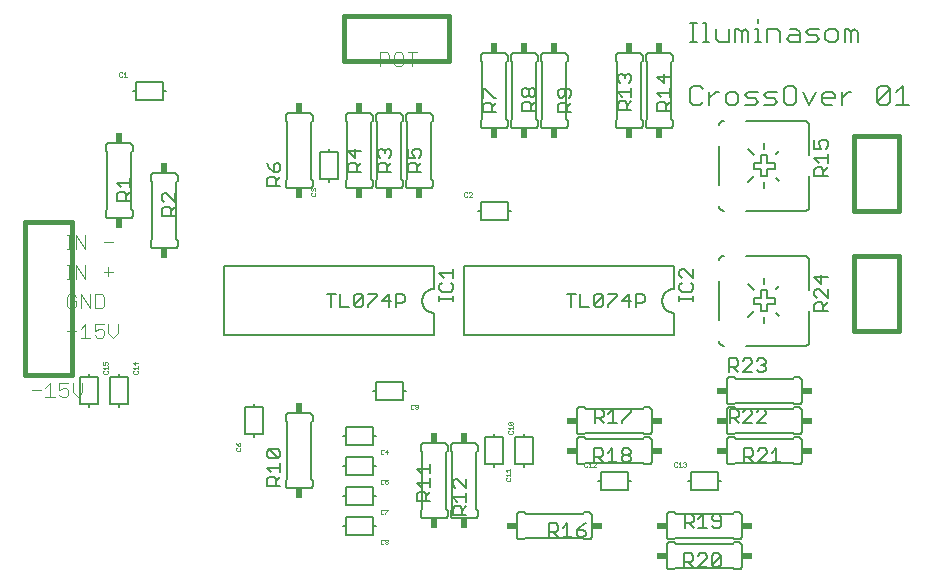
<source format=gbr>
G04 EAGLE Gerber RS-274X export*
G75*
%MOMM*%
%FSLAX34Y34*%
%LPD*%
%INSilkscreen Top*%
%IPPOS*%
%AMOC8*
5,1,8,0,0,1.08239X$1,22.5*%
G01*
%ADD10C,0.406400*%
%ADD11C,0.101600*%
%ADD12C,0.152400*%
%ADD13C,0.203200*%
%ADD14C,0.025400*%
%ADD15C,0.127000*%
%ADD16R,0.609600X0.863600*%
%ADD17R,0.863600X0.609600*%


D10*
X85000Y435000D02*
X85000Y305000D01*
X125000Y305000D01*
X125000Y435000D01*
X85000Y435000D01*
X355600Y571500D02*
X355600Y609600D01*
X355600Y571500D02*
X444500Y571500D01*
X444500Y609600D01*
X355600Y609600D01*
X787400Y508000D02*
X787400Y444500D01*
X825500Y444500D01*
X825500Y508000D01*
X787400Y508000D01*
X787400Y406400D02*
X825500Y406400D01*
X825500Y342900D01*
X787400Y342900D01*
X787400Y406400D01*
D11*
X124806Y411908D02*
X120908Y411908D01*
X122857Y411908D02*
X122857Y423602D01*
X120908Y423602D02*
X124806Y423602D01*
X128704Y423602D02*
X128704Y411908D01*
X136500Y411908D02*
X128704Y423602D01*
X136500Y423602D02*
X136500Y411908D01*
X152092Y417755D02*
X159888Y417755D01*
X124806Y386908D02*
X120908Y386908D01*
X122857Y386908D02*
X122857Y398602D01*
X120908Y398602D02*
X124806Y398602D01*
X128704Y398602D02*
X128704Y386908D01*
X136500Y386908D02*
X128704Y398602D01*
X136500Y398602D02*
X136500Y386908D01*
X152092Y392755D02*
X159888Y392755D01*
X155990Y396653D02*
X155990Y388857D01*
X128704Y371653D02*
X126755Y373602D01*
X122857Y373602D01*
X120908Y371653D01*
X120908Y363857D01*
X122857Y361908D01*
X126755Y361908D01*
X128704Y363857D01*
X128704Y367755D01*
X124806Y367755D01*
X132602Y361908D02*
X132602Y373602D01*
X140398Y361908D01*
X140398Y373602D01*
X144296Y373602D02*
X144296Y361908D01*
X150143Y361908D01*
X152092Y363857D01*
X152092Y371653D01*
X150143Y373602D01*
X144296Y373602D01*
X128704Y342755D02*
X120908Y342755D01*
X124806Y346653D02*
X124806Y338857D01*
X132602Y344704D02*
X136500Y348602D01*
X136500Y336908D01*
X132602Y336908D02*
X140398Y336908D01*
X144296Y348602D02*
X152092Y348602D01*
X144296Y348602D02*
X144296Y342755D01*
X148194Y344704D01*
X150143Y344704D01*
X152092Y342755D01*
X152092Y338857D01*
X150143Y336908D01*
X146245Y336908D01*
X144296Y338857D01*
X155990Y340806D02*
X155990Y348602D01*
X155990Y340806D02*
X159888Y336908D01*
X163786Y340806D01*
X163786Y348602D01*
X98704Y292755D02*
X90908Y292755D01*
X102602Y294704D02*
X106500Y298602D01*
X106500Y286908D01*
X102602Y286908D02*
X110398Y286908D01*
X114296Y298602D02*
X122092Y298602D01*
X114296Y298602D02*
X114296Y292755D01*
X118194Y294704D01*
X120143Y294704D01*
X122092Y292755D01*
X122092Y288857D01*
X120143Y286908D01*
X116245Y286908D01*
X114296Y288857D01*
X125990Y290806D02*
X125990Y298602D01*
X125990Y290806D02*
X129888Y286908D01*
X133786Y290806D01*
X133786Y298602D01*
X385908Y566908D02*
X385908Y578602D01*
X391755Y578602D01*
X393704Y576653D01*
X393704Y572755D01*
X391755Y570806D01*
X385908Y570806D01*
X399551Y578602D02*
X403449Y578602D01*
X399551Y578602D02*
X397602Y576653D01*
X397602Y568857D01*
X399551Y566908D01*
X403449Y566908D01*
X405398Y568857D01*
X405398Y576653D01*
X403449Y578602D01*
X413194Y578602D02*
X413194Y566908D01*
X409296Y578602D02*
X417092Y578602D01*
D12*
X648462Y587502D02*
X653885Y587502D01*
X651174Y587502D02*
X651174Y603772D01*
X653885Y603772D02*
X648462Y603772D01*
X659376Y603772D02*
X662088Y603772D01*
X662088Y587502D01*
X659376Y587502D02*
X664800Y587502D01*
X670291Y590214D02*
X670291Y598349D01*
X670291Y590214D02*
X673002Y587502D01*
X681137Y587502D01*
X681137Y598349D01*
X686662Y598349D02*
X686662Y587502D01*
X686662Y598349D02*
X689374Y598349D01*
X692086Y595637D01*
X692086Y587502D01*
X692086Y595637D02*
X694797Y598349D01*
X697509Y595637D01*
X697509Y587502D01*
X703034Y598349D02*
X705746Y598349D01*
X705746Y587502D01*
X708457Y587502D02*
X703034Y587502D01*
X705746Y603772D02*
X705746Y606484D01*
X713948Y598349D02*
X713948Y587502D01*
X713948Y598349D02*
X722083Y598349D01*
X724795Y595637D01*
X724795Y587502D01*
X733031Y598349D02*
X738455Y598349D01*
X741166Y595637D01*
X741166Y587502D01*
X733031Y587502D01*
X730320Y590214D01*
X733031Y592925D01*
X741166Y592925D01*
X746691Y587502D02*
X754826Y587502D01*
X757538Y590214D01*
X754826Y592925D01*
X749403Y592925D01*
X746691Y595637D01*
X749403Y598349D01*
X757538Y598349D01*
X765775Y587502D02*
X771198Y587502D01*
X773910Y590214D01*
X773910Y595637D01*
X771198Y598349D01*
X765775Y598349D01*
X763063Y595637D01*
X763063Y590214D01*
X765775Y587502D01*
X779435Y587502D02*
X779435Y598349D01*
X782146Y598349D01*
X784858Y595637D01*
X784858Y587502D01*
X784858Y595637D02*
X787569Y598349D01*
X790281Y595637D01*
X790281Y587502D01*
X659309Y547720D02*
X656597Y550432D01*
X651174Y550432D01*
X648462Y547720D01*
X648462Y536874D01*
X651174Y534162D01*
X656597Y534162D01*
X659309Y536874D01*
X664834Y534162D02*
X664834Y545009D01*
X670257Y545009D02*
X664834Y539585D01*
X670257Y545009D02*
X672969Y545009D01*
X681188Y534162D02*
X686611Y534162D01*
X689323Y536874D01*
X689323Y542297D01*
X686611Y545009D01*
X681188Y545009D01*
X678477Y542297D01*
X678477Y536874D01*
X681188Y534162D01*
X694848Y534162D02*
X702983Y534162D01*
X705695Y536874D01*
X702983Y539585D01*
X697560Y539585D01*
X694848Y542297D01*
X697560Y545009D01*
X705695Y545009D01*
X711220Y534162D02*
X719355Y534162D01*
X722066Y536874D01*
X719355Y539585D01*
X713931Y539585D01*
X711220Y542297D01*
X713931Y545009D01*
X722066Y545009D01*
X730303Y550432D02*
X735726Y550432D01*
X730303Y550432D02*
X727591Y547720D01*
X727591Y536874D01*
X730303Y534162D01*
X735726Y534162D01*
X738438Y536874D01*
X738438Y547720D01*
X735726Y550432D01*
X743963Y545009D02*
X749386Y534162D01*
X754809Y545009D01*
X763046Y534162D02*
X768469Y534162D01*
X763046Y534162D02*
X760334Y536874D01*
X760334Y542297D01*
X763046Y545009D01*
X768469Y545009D01*
X771181Y542297D01*
X771181Y539585D01*
X760334Y539585D01*
X776706Y534162D02*
X776706Y545009D01*
X782129Y545009D02*
X776706Y539585D01*
X782129Y545009D02*
X784841Y545009D01*
X806720Y547720D02*
X806720Y536874D01*
X806720Y547720D02*
X809432Y550432D01*
X814855Y550432D01*
X817567Y547720D01*
X817567Y536874D01*
X814855Y534162D01*
X809432Y534162D01*
X806720Y536874D01*
X817567Y547720D01*
X823092Y545009D02*
X828515Y550432D01*
X828515Y534162D01*
X823092Y534162D02*
X833939Y534162D01*
D13*
X201900Y553720D02*
X179100Y553720D01*
X201900Y553720D02*
X201900Y546100D01*
X201900Y538480D01*
X179100Y538480D01*
X179100Y546100D01*
X179100Y553720D01*
X201900Y546100D02*
X204440Y546100D01*
X179100Y546100D02*
X176560Y546100D01*
D14*
X167726Y561051D02*
X167102Y561676D01*
X165852Y561676D01*
X165227Y561051D01*
X165227Y558552D01*
X165852Y557927D01*
X167102Y557927D01*
X167726Y558552D01*
X168910Y560426D02*
X170160Y561676D01*
X170160Y557927D01*
X168910Y557927D02*
X171410Y557927D01*
D13*
X490220Y252700D02*
X490220Y229900D01*
X482600Y229900D01*
X474980Y229900D01*
X474980Y252700D01*
X482600Y252700D01*
X490220Y252700D01*
X482600Y229900D02*
X482600Y227360D01*
X482600Y252700D02*
X482600Y255240D01*
D14*
X494424Y257652D02*
X495049Y258277D01*
X494424Y257652D02*
X494424Y256402D01*
X495049Y255778D01*
X497548Y255778D01*
X498173Y256402D01*
X498173Y257652D01*
X497548Y258277D01*
X495674Y259461D02*
X494424Y260710D01*
X498173Y260710D01*
X498173Y259461D02*
X498173Y261960D01*
X497548Y263144D02*
X495049Y263144D01*
X494424Y263769D01*
X494424Y265018D01*
X495049Y265643D01*
X497548Y265643D01*
X498173Y265018D01*
X498173Y263769D01*
X497548Y263144D01*
X495049Y265643D01*
D13*
X500380Y252700D02*
X500380Y229900D01*
X500380Y252700D02*
X508000Y252700D01*
X515620Y252700D01*
X515620Y229900D01*
X508000Y229900D01*
X500380Y229900D01*
X508000Y252700D02*
X508000Y255240D01*
X508000Y229900D02*
X508000Y227360D01*
D14*
X493049Y218526D02*
X492424Y217902D01*
X492424Y216652D01*
X493049Y216027D01*
X495548Y216027D01*
X496173Y216652D01*
X496173Y217902D01*
X495548Y218526D01*
X493674Y219710D02*
X492424Y220960D01*
X496173Y220960D01*
X496173Y219710D02*
X496173Y222210D01*
X493674Y223393D02*
X492424Y224643D01*
X496173Y224643D01*
X496173Y223393D02*
X496173Y225893D01*
D13*
X572800Y223520D02*
X595600Y223520D01*
X595600Y215900D01*
X595600Y208280D01*
X572800Y208280D01*
X572800Y215900D01*
X572800Y223520D01*
X595600Y215900D02*
X598140Y215900D01*
X572800Y215900D02*
X570260Y215900D01*
D14*
X561426Y230851D02*
X560802Y231476D01*
X559552Y231476D01*
X558927Y230851D01*
X558927Y228352D01*
X559552Y227727D01*
X560802Y227727D01*
X561426Y228352D01*
X562610Y230226D02*
X563860Y231476D01*
X563860Y227727D01*
X562610Y227727D02*
X565110Y227727D01*
X566293Y227727D02*
X568793Y227727D01*
X568793Y230226D02*
X566293Y227727D01*
X568793Y230226D02*
X568793Y230851D01*
X568168Y231476D01*
X566918Y231476D01*
X566293Y230851D01*
D13*
X649000Y223520D02*
X671800Y223520D01*
X671800Y215900D01*
X671800Y208280D01*
X649000Y208280D01*
X649000Y215900D01*
X649000Y223520D01*
X671800Y215900D02*
X674340Y215900D01*
X649000Y215900D02*
X646460Y215900D01*
D14*
X637626Y230851D02*
X637002Y231476D01*
X635752Y231476D01*
X635127Y230851D01*
X635127Y228352D01*
X635752Y227727D01*
X637002Y227727D01*
X637626Y228352D01*
X638810Y230226D02*
X640060Y231476D01*
X640060Y227727D01*
X638810Y227727D02*
X641310Y227727D01*
X642493Y230851D02*
X643118Y231476D01*
X644368Y231476D01*
X644993Y230851D01*
X644993Y230226D01*
X644368Y229602D01*
X643743Y229602D01*
X644368Y229602D02*
X644993Y228977D01*
X644993Y228352D01*
X644368Y227727D01*
X643118Y227727D01*
X642493Y228352D01*
D13*
X494000Y452120D02*
X471200Y452120D01*
X494000Y452120D02*
X494000Y444500D01*
X494000Y436880D01*
X471200Y436880D01*
X471200Y444500D01*
X471200Y452120D01*
X494000Y444500D02*
X496540Y444500D01*
X471200Y444500D02*
X468660Y444500D01*
D14*
X459826Y459451D02*
X459202Y460076D01*
X457952Y460076D01*
X457327Y459451D01*
X457327Y456952D01*
X457952Y456327D01*
X459202Y456327D01*
X459826Y456952D01*
X461010Y456327D02*
X463510Y456327D01*
X463510Y458826D02*
X461010Y456327D01*
X463510Y458826D02*
X463510Y459451D01*
X462885Y460076D01*
X461635Y460076D01*
X461010Y459451D01*
D13*
X335280Y471200D02*
X335280Y494000D01*
X342900Y494000D01*
X350520Y494000D01*
X350520Y471200D01*
X342900Y471200D01*
X335280Y471200D01*
X342900Y494000D02*
X342900Y496540D01*
X342900Y471200D02*
X342900Y468660D01*
D14*
X327949Y459826D02*
X327324Y459202D01*
X327324Y457952D01*
X327949Y457327D01*
X330448Y457327D01*
X331073Y457952D01*
X331073Y459202D01*
X330448Y459826D01*
X327949Y461010D02*
X327324Y461635D01*
X327324Y462885D01*
X327949Y463510D01*
X328574Y463510D01*
X329198Y462885D01*
X329198Y462260D01*
X329198Y462885D02*
X329823Y463510D01*
X330448Y463510D01*
X331073Y462885D01*
X331073Y461635D01*
X330448Y461010D01*
D13*
X356900Y246380D02*
X379700Y246380D01*
X356900Y246380D02*
X356900Y254000D01*
X356900Y261620D01*
X379700Y261620D01*
X379700Y254000D01*
X379700Y246380D01*
X356900Y254000D02*
X354360Y254000D01*
X379700Y254000D02*
X382240Y254000D01*
D14*
X388335Y242176D02*
X388960Y241551D01*
X388335Y242176D02*
X387086Y242176D01*
X386461Y241551D01*
X386461Y239052D01*
X387086Y238427D01*
X388335Y238427D01*
X388960Y239052D01*
X392018Y238427D02*
X392018Y242176D01*
X390144Y240302D01*
X392643Y240302D01*
D13*
X379700Y220980D02*
X356900Y220980D01*
X356900Y228600D01*
X356900Y236220D01*
X379700Y236220D01*
X379700Y228600D01*
X379700Y220980D01*
X356900Y228600D02*
X354360Y228600D01*
X379700Y228600D02*
X382240Y228600D01*
D14*
X388335Y216776D02*
X388960Y216151D01*
X388335Y216776D02*
X387086Y216776D01*
X386461Y216151D01*
X386461Y213652D01*
X387086Y213027D01*
X388335Y213027D01*
X388960Y213652D01*
X390144Y216776D02*
X392643Y216776D01*
X390144Y216776D02*
X390144Y214902D01*
X391394Y215526D01*
X392018Y215526D01*
X392643Y214902D01*
X392643Y213652D01*
X392018Y213027D01*
X390769Y213027D01*
X390144Y213652D01*
D13*
X271780Y255300D02*
X271780Y278100D01*
X279400Y278100D01*
X287020Y278100D01*
X287020Y255300D01*
X279400Y255300D01*
X271780Y255300D01*
X279400Y278100D02*
X279400Y280640D01*
X279400Y255300D02*
X279400Y252760D01*
D14*
X264449Y243926D02*
X263824Y243302D01*
X263824Y242052D01*
X264449Y241427D01*
X266948Y241427D01*
X267573Y242052D01*
X267573Y243302D01*
X266948Y243926D01*
X264449Y246360D02*
X263824Y247610D01*
X264449Y246360D02*
X265698Y245110D01*
X266948Y245110D01*
X267573Y245735D01*
X267573Y246985D01*
X266948Y247610D01*
X266323Y247610D01*
X265698Y246985D01*
X265698Y245110D01*
D13*
X356900Y195580D02*
X379700Y195580D01*
X356900Y195580D02*
X356900Y203200D01*
X356900Y210820D01*
X379700Y210820D01*
X379700Y203200D01*
X379700Y195580D01*
X356900Y203200D02*
X354360Y203200D01*
X379700Y203200D02*
X382240Y203200D01*
D14*
X388335Y191376D02*
X388960Y190751D01*
X388335Y191376D02*
X387086Y191376D01*
X386461Y190751D01*
X386461Y188252D01*
X387086Y187627D01*
X388335Y187627D01*
X388960Y188252D01*
X390144Y191376D02*
X392643Y191376D01*
X392643Y190751D01*
X390144Y188252D01*
X390144Y187627D01*
D13*
X379700Y170180D02*
X356900Y170180D01*
X356900Y177800D01*
X356900Y185420D01*
X379700Y185420D01*
X379700Y177800D01*
X379700Y170180D01*
X356900Y177800D02*
X354360Y177800D01*
X379700Y177800D02*
X382240Y177800D01*
D14*
X388335Y165976D02*
X388960Y165351D01*
X388335Y165976D02*
X387086Y165976D01*
X386461Y165351D01*
X386461Y162852D01*
X387086Y162227D01*
X388335Y162227D01*
X388960Y162852D01*
X390144Y165351D02*
X390769Y165976D01*
X392018Y165976D01*
X392643Y165351D01*
X392643Y164726D01*
X392018Y164102D01*
X392643Y163477D01*
X392643Y162852D01*
X392018Y162227D01*
X390769Y162227D01*
X390144Y162852D01*
X390144Y163477D01*
X390769Y164102D01*
X390144Y164726D01*
X390144Y165351D01*
X390769Y164102D02*
X392018Y164102D01*
D13*
X382300Y284480D02*
X405100Y284480D01*
X382300Y284480D02*
X382300Y292100D01*
X382300Y299720D01*
X405100Y299720D01*
X405100Y292100D01*
X405100Y284480D01*
X382300Y292100D02*
X379760Y292100D01*
X405100Y292100D02*
X407640Y292100D01*
D14*
X413735Y280276D02*
X414360Y279651D01*
X413735Y280276D02*
X412486Y280276D01*
X411861Y279651D01*
X411861Y277152D01*
X412486Y276527D01*
X413735Y276527D01*
X414360Y277152D01*
X415544Y277152D02*
X416169Y276527D01*
X417418Y276527D01*
X418043Y277152D01*
X418043Y279651D01*
X417418Y280276D01*
X416169Y280276D01*
X415544Y279651D01*
X415544Y279026D01*
X416169Y278402D01*
X418043Y278402D01*
D12*
X431800Y339090D02*
X254000Y339090D01*
X254000Y397510D02*
X431800Y397510D01*
X254000Y397510D02*
X254000Y339090D01*
X431800Y339090D02*
X431800Y358140D01*
X431800Y378460D02*
X431800Y397510D01*
X431800Y378460D02*
X431553Y378457D01*
X431305Y378448D01*
X431058Y378433D01*
X430812Y378412D01*
X430566Y378385D01*
X430321Y378352D01*
X430076Y378313D01*
X429833Y378268D01*
X429591Y378217D01*
X429350Y378160D01*
X429111Y378098D01*
X428873Y378029D01*
X428637Y377955D01*
X428403Y377875D01*
X428171Y377790D01*
X427941Y377698D01*
X427713Y377602D01*
X427488Y377499D01*
X427265Y377392D01*
X427045Y377278D01*
X426828Y377160D01*
X426613Y377036D01*
X426402Y376907D01*
X426194Y376773D01*
X425989Y376634D01*
X425788Y376490D01*
X425590Y376342D01*
X425396Y376188D01*
X425206Y376030D01*
X425020Y375867D01*
X424838Y375700D01*
X424660Y375528D01*
X424486Y375352D01*
X424316Y375172D01*
X424151Y374987D01*
X423991Y374799D01*
X423835Y374607D01*
X423683Y374411D01*
X423537Y374212D01*
X423395Y374009D01*
X423259Y373802D01*
X423127Y373593D01*
X423001Y373380D01*
X422880Y373164D01*
X422764Y372946D01*
X422654Y372724D01*
X422549Y372500D01*
X422449Y372274D01*
X422355Y372045D01*
X422267Y371814D01*
X422184Y371580D01*
X422107Y371345D01*
X422036Y371108D01*
X421970Y370870D01*
X421911Y370630D01*
X421857Y370388D01*
X421809Y370145D01*
X421767Y369902D01*
X421731Y369657D01*
X421701Y369411D01*
X421677Y369165D01*
X421659Y368918D01*
X421647Y368671D01*
X421641Y368424D01*
X421641Y368176D01*
X421647Y367929D01*
X421659Y367682D01*
X421677Y367435D01*
X421701Y367189D01*
X421731Y366943D01*
X421767Y366698D01*
X421809Y366455D01*
X421857Y366212D01*
X421911Y365970D01*
X421970Y365730D01*
X422036Y365492D01*
X422107Y365255D01*
X422184Y365020D01*
X422267Y364786D01*
X422355Y364555D01*
X422449Y364326D01*
X422549Y364100D01*
X422654Y363876D01*
X422764Y363654D01*
X422880Y363436D01*
X423001Y363220D01*
X423127Y363007D01*
X423259Y362798D01*
X423395Y362591D01*
X423537Y362388D01*
X423683Y362189D01*
X423835Y361993D01*
X423991Y361801D01*
X424151Y361613D01*
X424316Y361428D01*
X424486Y361248D01*
X424660Y361072D01*
X424838Y360900D01*
X425020Y360733D01*
X425206Y360570D01*
X425396Y360412D01*
X425590Y360258D01*
X425788Y360110D01*
X425989Y359966D01*
X426194Y359827D01*
X426402Y359693D01*
X426613Y359564D01*
X426828Y359440D01*
X427045Y359322D01*
X427265Y359208D01*
X427488Y359101D01*
X427713Y358998D01*
X427941Y358902D01*
X428171Y358810D01*
X428403Y358725D01*
X428637Y358645D01*
X428873Y358571D01*
X429111Y358502D01*
X429350Y358440D01*
X429591Y358383D01*
X429833Y358332D01*
X430076Y358287D01*
X430321Y358248D01*
X430566Y358215D01*
X430812Y358188D01*
X431058Y358167D01*
X431305Y358152D01*
X431553Y358143D01*
X431800Y358140D01*
D15*
X447675Y368231D02*
X447675Y372044D01*
X447675Y370138D02*
X436235Y370138D01*
X436235Y372044D02*
X436235Y368231D01*
X436235Y381747D02*
X438142Y383654D01*
X436235Y381747D02*
X436235Y377934D01*
X438142Y376027D01*
X445768Y376027D01*
X447675Y377934D01*
X447675Y381747D01*
X445768Y383654D01*
X440049Y387721D02*
X436235Y391534D01*
X447675Y391534D01*
X447675Y387721D02*
X447675Y395347D01*
X344494Y374025D02*
X344494Y362585D01*
X340681Y374025D02*
X348308Y374025D01*
X352375Y374025D02*
X352375Y362585D01*
X360002Y362585D01*
X364069Y364492D02*
X364069Y372118D01*
X365976Y374025D01*
X369789Y374025D01*
X371695Y372118D01*
X371695Y364492D01*
X369789Y362585D01*
X365976Y362585D01*
X364069Y364492D01*
X371695Y372118D01*
X375763Y374025D02*
X383389Y374025D01*
X383389Y372118D01*
X375763Y364492D01*
X375763Y362585D01*
X393177Y362585D02*
X393177Y374025D01*
X387457Y368305D01*
X395083Y368305D01*
X399151Y362585D02*
X399151Y374025D01*
X404871Y374025D01*
X406777Y372118D01*
X406777Y368305D01*
X404871Y366398D01*
X399151Y366398D01*
D12*
X457200Y339090D02*
X635000Y339090D01*
X635000Y397510D02*
X457200Y397510D01*
X457200Y339090D01*
X635000Y339090D02*
X635000Y358140D01*
X635000Y378460D02*
X635000Y397510D01*
X635000Y378460D02*
X634753Y378457D01*
X634505Y378448D01*
X634258Y378433D01*
X634012Y378412D01*
X633766Y378385D01*
X633521Y378352D01*
X633276Y378313D01*
X633033Y378268D01*
X632791Y378217D01*
X632550Y378160D01*
X632311Y378098D01*
X632073Y378029D01*
X631837Y377955D01*
X631603Y377875D01*
X631371Y377790D01*
X631141Y377698D01*
X630913Y377602D01*
X630688Y377499D01*
X630465Y377392D01*
X630245Y377278D01*
X630028Y377160D01*
X629813Y377036D01*
X629602Y376907D01*
X629394Y376773D01*
X629189Y376634D01*
X628988Y376490D01*
X628790Y376342D01*
X628596Y376188D01*
X628406Y376030D01*
X628220Y375867D01*
X628038Y375700D01*
X627860Y375528D01*
X627686Y375352D01*
X627516Y375172D01*
X627351Y374987D01*
X627191Y374799D01*
X627035Y374607D01*
X626883Y374411D01*
X626737Y374212D01*
X626595Y374009D01*
X626459Y373802D01*
X626327Y373593D01*
X626201Y373380D01*
X626080Y373164D01*
X625964Y372946D01*
X625854Y372724D01*
X625749Y372500D01*
X625649Y372274D01*
X625555Y372045D01*
X625467Y371814D01*
X625384Y371580D01*
X625307Y371345D01*
X625236Y371108D01*
X625170Y370870D01*
X625111Y370630D01*
X625057Y370388D01*
X625009Y370145D01*
X624967Y369902D01*
X624931Y369657D01*
X624901Y369411D01*
X624877Y369165D01*
X624859Y368918D01*
X624847Y368671D01*
X624841Y368424D01*
X624841Y368176D01*
X624847Y367929D01*
X624859Y367682D01*
X624877Y367435D01*
X624901Y367189D01*
X624931Y366943D01*
X624967Y366698D01*
X625009Y366455D01*
X625057Y366212D01*
X625111Y365970D01*
X625170Y365730D01*
X625236Y365492D01*
X625307Y365255D01*
X625384Y365020D01*
X625467Y364786D01*
X625555Y364555D01*
X625649Y364326D01*
X625749Y364100D01*
X625854Y363876D01*
X625964Y363654D01*
X626080Y363436D01*
X626201Y363220D01*
X626327Y363007D01*
X626459Y362798D01*
X626595Y362591D01*
X626737Y362388D01*
X626883Y362189D01*
X627035Y361993D01*
X627191Y361801D01*
X627351Y361613D01*
X627516Y361428D01*
X627686Y361248D01*
X627860Y361072D01*
X628038Y360900D01*
X628220Y360733D01*
X628406Y360570D01*
X628596Y360412D01*
X628790Y360258D01*
X628988Y360110D01*
X629189Y359966D01*
X629394Y359827D01*
X629602Y359693D01*
X629813Y359564D01*
X630028Y359440D01*
X630245Y359322D01*
X630465Y359208D01*
X630688Y359101D01*
X630913Y358998D01*
X631141Y358902D01*
X631371Y358810D01*
X631603Y358725D01*
X631837Y358645D01*
X632073Y358571D01*
X632311Y358502D01*
X632550Y358440D01*
X632791Y358383D01*
X633033Y358332D01*
X633276Y358287D01*
X633521Y358248D01*
X633766Y358215D01*
X634012Y358188D01*
X634258Y358167D01*
X634505Y358152D01*
X634753Y358143D01*
X635000Y358140D01*
D15*
X650875Y368231D02*
X650875Y372044D01*
X650875Y370138D02*
X639435Y370138D01*
X639435Y372044D02*
X639435Y368231D01*
X639435Y381747D02*
X641342Y383654D01*
X639435Y381747D02*
X639435Y377934D01*
X641342Y376027D01*
X648968Y376027D01*
X650875Y377934D01*
X650875Y381747D01*
X648968Y383654D01*
X650875Y387721D02*
X650875Y395347D01*
X650875Y387721D02*
X643249Y395347D01*
X641342Y395347D01*
X639435Y393441D01*
X639435Y389628D01*
X641342Y387721D01*
X547694Y374025D02*
X547694Y362585D01*
X543881Y374025D02*
X551508Y374025D01*
X555575Y374025D02*
X555575Y362585D01*
X563202Y362585D01*
X567269Y364492D02*
X567269Y372118D01*
X569176Y374025D01*
X572989Y374025D01*
X574895Y372118D01*
X574895Y364492D01*
X572989Y362585D01*
X569176Y362585D01*
X567269Y364492D01*
X574895Y372118D01*
X578963Y374025D02*
X586589Y374025D01*
X586589Y372118D01*
X578963Y364492D01*
X578963Y362585D01*
X596377Y362585D02*
X596377Y374025D01*
X590657Y368305D01*
X598283Y368305D01*
X602351Y362585D02*
X602351Y374025D01*
X608071Y374025D01*
X609977Y372118D01*
X609977Y368305D01*
X608071Y366398D01*
X602351Y366398D01*
D12*
X156210Y438150D02*
X156110Y438152D01*
X156011Y438158D01*
X155911Y438168D01*
X155813Y438181D01*
X155714Y438199D01*
X155617Y438220D01*
X155521Y438245D01*
X155425Y438274D01*
X155331Y438307D01*
X155238Y438343D01*
X155147Y438383D01*
X155057Y438427D01*
X154969Y438474D01*
X154883Y438524D01*
X154799Y438578D01*
X154717Y438635D01*
X154638Y438695D01*
X154560Y438759D01*
X154486Y438825D01*
X154414Y438894D01*
X154345Y438966D01*
X154279Y439040D01*
X154215Y439118D01*
X154155Y439197D01*
X154098Y439279D01*
X154044Y439363D01*
X153994Y439449D01*
X153947Y439537D01*
X153903Y439627D01*
X153863Y439718D01*
X153827Y439811D01*
X153794Y439905D01*
X153765Y440001D01*
X153740Y440097D01*
X153719Y440194D01*
X153701Y440293D01*
X153688Y440391D01*
X153678Y440491D01*
X153672Y440590D01*
X153670Y440690D01*
X173990Y438150D02*
X174090Y438152D01*
X174189Y438158D01*
X174289Y438168D01*
X174387Y438181D01*
X174486Y438199D01*
X174583Y438220D01*
X174679Y438245D01*
X174775Y438274D01*
X174869Y438307D01*
X174962Y438343D01*
X175053Y438383D01*
X175143Y438427D01*
X175231Y438474D01*
X175317Y438524D01*
X175401Y438578D01*
X175483Y438635D01*
X175562Y438695D01*
X175640Y438759D01*
X175714Y438825D01*
X175786Y438894D01*
X175855Y438966D01*
X175921Y439040D01*
X175985Y439118D01*
X176045Y439197D01*
X176102Y439279D01*
X176156Y439363D01*
X176206Y439449D01*
X176253Y439537D01*
X176297Y439627D01*
X176337Y439718D01*
X176373Y439811D01*
X176406Y439905D01*
X176435Y440001D01*
X176460Y440097D01*
X176481Y440194D01*
X176499Y440293D01*
X176512Y440391D01*
X176522Y440491D01*
X176528Y440590D01*
X176530Y440690D01*
X176530Y499110D02*
X176528Y499210D01*
X176522Y499309D01*
X176512Y499409D01*
X176499Y499507D01*
X176481Y499606D01*
X176460Y499703D01*
X176435Y499799D01*
X176406Y499895D01*
X176373Y499989D01*
X176337Y500082D01*
X176297Y500173D01*
X176253Y500263D01*
X176206Y500351D01*
X176156Y500437D01*
X176102Y500521D01*
X176045Y500603D01*
X175985Y500682D01*
X175921Y500760D01*
X175855Y500834D01*
X175786Y500906D01*
X175714Y500975D01*
X175640Y501041D01*
X175562Y501105D01*
X175483Y501165D01*
X175401Y501222D01*
X175317Y501276D01*
X175231Y501326D01*
X175143Y501373D01*
X175053Y501417D01*
X174962Y501457D01*
X174869Y501493D01*
X174775Y501526D01*
X174679Y501555D01*
X174583Y501580D01*
X174486Y501601D01*
X174387Y501619D01*
X174289Y501632D01*
X174189Y501642D01*
X174090Y501648D01*
X173990Y501650D01*
X156210Y501650D02*
X156110Y501648D01*
X156011Y501642D01*
X155911Y501632D01*
X155813Y501619D01*
X155714Y501601D01*
X155617Y501580D01*
X155521Y501555D01*
X155425Y501526D01*
X155331Y501493D01*
X155238Y501457D01*
X155147Y501417D01*
X155057Y501373D01*
X154969Y501326D01*
X154883Y501276D01*
X154799Y501222D01*
X154717Y501165D01*
X154638Y501105D01*
X154560Y501041D01*
X154486Y500975D01*
X154414Y500906D01*
X154345Y500834D01*
X154279Y500760D01*
X154215Y500682D01*
X154155Y500603D01*
X154098Y500521D01*
X154044Y500437D01*
X153994Y500351D01*
X153947Y500263D01*
X153903Y500173D01*
X153863Y500082D01*
X153827Y499989D01*
X153794Y499895D01*
X153765Y499799D01*
X153740Y499703D01*
X153719Y499606D01*
X153701Y499507D01*
X153688Y499409D01*
X153678Y499309D01*
X153672Y499210D01*
X153670Y499110D01*
X156210Y438150D02*
X173990Y438150D01*
X153670Y440690D02*
X153670Y444500D01*
X154940Y445770D01*
X176530Y444500D02*
X176530Y440690D01*
X176530Y444500D02*
X175260Y445770D01*
X154940Y494030D02*
X153670Y495300D01*
X154940Y494030D02*
X154940Y445770D01*
X175260Y494030D02*
X176530Y495300D01*
X175260Y494030D02*
X175260Y445770D01*
X153670Y495300D02*
X153670Y499110D01*
X176530Y499110D02*
X176530Y495300D01*
X173990Y501650D02*
X156210Y501650D01*
D16*
X165100Y505968D03*
X165100Y433832D03*
D15*
X163185Y452755D02*
X174625Y452755D01*
X163185Y452755D02*
X163185Y458475D01*
X165092Y460382D01*
X168905Y460382D01*
X170812Y458475D01*
X170812Y452755D01*
X170812Y456568D02*
X174625Y460382D01*
X166999Y464449D02*
X163185Y468262D01*
X174625Y468262D01*
X174625Y464449D02*
X174625Y472075D01*
D12*
X306070Y212090D02*
X306072Y211990D01*
X306078Y211891D01*
X306088Y211791D01*
X306101Y211693D01*
X306119Y211594D01*
X306140Y211497D01*
X306165Y211401D01*
X306194Y211305D01*
X306227Y211211D01*
X306263Y211118D01*
X306303Y211027D01*
X306347Y210937D01*
X306394Y210849D01*
X306444Y210763D01*
X306498Y210679D01*
X306555Y210597D01*
X306615Y210518D01*
X306679Y210440D01*
X306745Y210366D01*
X306814Y210294D01*
X306886Y210225D01*
X306960Y210159D01*
X307038Y210095D01*
X307117Y210035D01*
X307199Y209978D01*
X307283Y209924D01*
X307369Y209874D01*
X307457Y209827D01*
X307547Y209783D01*
X307638Y209743D01*
X307731Y209707D01*
X307825Y209674D01*
X307921Y209645D01*
X308017Y209620D01*
X308114Y209599D01*
X308213Y209581D01*
X308311Y209568D01*
X308411Y209558D01*
X308510Y209552D01*
X308610Y209550D01*
X326390Y209550D02*
X326490Y209552D01*
X326589Y209558D01*
X326689Y209568D01*
X326787Y209581D01*
X326886Y209599D01*
X326983Y209620D01*
X327079Y209645D01*
X327175Y209674D01*
X327269Y209707D01*
X327362Y209743D01*
X327453Y209783D01*
X327543Y209827D01*
X327631Y209874D01*
X327717Y209924D01*
X327801Y209978D01*
X327883Y210035D01*
X327962Y210095D01*
X328040Y210159D01*
X328114Y210225D01*
X328186Y210294D01*
X328255Y210366D01*
X328321Y210440D01*
X328385Y210518D01*
X328445Y210597D01*
X328502Y210679D01*
X328556Y210763D01*
X328606Y210849D01*
X328653Y210937D01*
X328697Y211027D01*
X328737Y211118D01*
X328773Y211211D01*
X328806Y211305D01*
X328835Y211401D01*
X328860Y211497D01*
X328881Y211594D01*
X328899Y211693D01*
X328912Y211791D01*
X328922Y211891D01*
X328928Y211990D01*
X328930Y212090D01*
X328930Y270510D02*
X328928Y270610D01*
X328922Y270709D01*
X328912Y270809D01*
X328899Y270907D01*
X328881Y271006D01*
X328860Y271103D01*
X328835Y271199D01*
X328806Y271295D01*
X328773Y271389D01*
X328737Y271482D01*
X328697Y271573D01*
X328653Y271663D01*
X328606Y271751D01*
X328556Y271837D01*
X328502Y271921D01*
X328445Y272003D01*
X328385Y272082D01*
X328321Y272160D01*
X328255Y272234D01*
X328186Y272306D01*
X328114Y272375D01*
X328040Y272441D01*
X327962Y272505D01*
X327883Y272565D01*
X327801Y272622D01*
X327717Y272676D01*
X327631Y272726D01*
X327543Y272773D01*
X327453Y272817D01*
X327362Y272857D01*
X327269Y272893D01*
X327175Y272926D01*
X327079Y272955D01*
X326983Y272980D01*
X326886Y273001D01*
X326787Y273019D01*
X326689Y273032D01*
X326589Y273042D01*
X326490Y273048D01*
X326390Y273050D01*
X308610Y273050D02*
X308510Y273048D01*
X308411Y273042D01*
X308311Y273032D01*
X308213Y273019D01*
X308114Y273001D01*
X308017Y272980D01*
X307921Y272955D01*
X307825Y272926D01*
X307731Y272893D01*
X307638Y272857D01*
X307547Y272817D01*
X307457Y272773D01*
X307369Y272726D01*
X307283Y272676D01*
X307199Y272622D01*
X307117Y272565D01*
X307038Y272505D01*
X306960Y272441D01*
X306886Y272375D01*
X306814Y272306D01*
X306745Y272234D01*
X306679Y272160D01*
X306615Y272082D01*
X306555Y272003D01*
X306498Y271921D01*
X306444Y271837D01*
X306394Y271751D01*
X306347Y271663D01*
X306303Y271573D01*
X306263Y271482D01*
X306227Y271389D01*
X306194Y271295D01*
X306165Y271199D01*
X306140Y271103D01*
X306119Y271006D01*
X306101Y270907D01*
X306088Y270809D01*
X306078Y270709D01*
X306072Y270610D01*
X306070Y270510D01*
X308610Y209550D02*
X326390Y209550D01*
X306070Y212090D02*
X306070Y215900D01*
X307340Y217170D01*
X328930Y215900D02*
X328930Y212090D01*
X328930Y215900D02*
X327660Y217170D01*
X307340Y265430D02*
X306070Y266700D01*
X307340Y265430D02*
X307340Y217170D01*
X327660Y265430D02*
X328930Y266700D01*
X327660Y265430D02*
X327660Y217170D01*
X306070Y266700D02*
X306070Y270510D01*
X328930Y270510D02*
X328930Y266700D01*
X326390Y273050D02*
X308610Y273050D01*
D16*
X317500Y277368D03*
X317500Y205232D03*
D15*
X301625Y211455D02*
X290185Y211455D01*
X290185Y217175D01*
X292092Y219082D01*
X295905Y219082D01*
X297812Y217175D01*
X297812Y211455D01*
X297812Y215268D02*
X301625Y219082D01*
X293999Y223149D02*
X290185Y226962D01*
X301625Y226962D01*
X301625Y223149D02*
X301625Y230775D01*
X299718Y234843D02*
X292092Y234843D01*
X290185Y236750D01*
X290185Y240563D01*
X292092Y242469D01*
X299718Y242469D01*
X301625Y240563D01*
X301625Y236750D01*
X299718Y234843D01*
X292092Y242469D01*
D12*
X420370Y186690D02*
X420372Y186590D01*
X420378Y186491D01*
X420388Y186391D01*
X420401Y186293D01*
X420419Y186194D01*
X420440Y186097D01*
X420465Y186001D01*
X420494Y185905D01*
X420527Y185811D01*
X420563Y185718D01*
X420603Y185627D01*
X420647Y185537D01*
X420694Y185449D01*
X420744Y185363D01*
X420798Y185279D01*
X420855Y185197D01*
X420915Y185118D01*
X420979Y185040D01*
X421045Y184966D01*
X421114Y184894D01*
X421186Y184825D01*
X421260Y184759D01*
X421338Y184695D01*
X421417Y184635D01*
X421499Y184578D01*
X421583Y184524D01*
X421669Y184474D01*
X421757Y184427D01*
X421847Y184383D01*
X421938Y184343D01*
X422031Y184307D01*
X422125Y184274D01*
X422221Y184245D01*
X422317Y184220D01*
X422414Y184199D01*
X422513Y184181D01*
X422611Y184168D01*
X422711Y184158D01*
X422810Y184152D01*
X422910Y184150D01*
X440690Y184150D02*
X440790Y184152D01*
X440889Y184158D01*
X440989Y184168D01*
X441087Y184181D01*
X441186Y184199D01*
X441283Y184220D01*
X441379Y184245D01*
X441475Y184274D01*
X441569Y184307D01*
X441662Y184343D01*
X441753Y184383D01*
X441843Y184427D01*
X441931Y184474D01*
X442017Y184524D01*
X442101Y184578D01*
X442183Y184635D01*
X442262Y184695D01*
X442340Y184759D01*
X442414Y184825D01*
X442486Y184894D01*
X442555Y184966D01*
X442621Y185040D01*
X442685Y185118D01*
X442745Y185197D01*
X442802Y185279D01*
X442856Y185363D01*
X442906Y185449D01*
X442953Y185537D01*
X442997Y185627D01*
X443037Y185718D01*
X443073Y185811D01*
X443106Y185905D01*
X443135Y186001D01*
X443160Y186097D01*
X443181Y186194D01*
X443199Y186293D01*
X443212Y186391D01*
X443222Y186491D01*
X443228Y186590D01*
X443230Y186690D01*
X443230Y245110D02*
X443228Y245210D01*
X443222Y245309D01*
X443212Y245409D01*
X443199Y245507D01*
X443181Y245606D01*
X443160Y245703D01*
X443135Y245799D01*
X443106Y245895D01*
X443073Y245989D01*
X443037Y246082D01*
X442997Y246173D01*
X442953Y246263D01*
X442906Y246351D01*
X442856Y246437D01*
X442802Y246521D01*
X442745Y246603D01*
X442685Y246682D01*
X442621Y246760D01*
X442555Y246834D01*
X442486Y246906D01*
X442414Y246975D01*
X442340Y247041D01*
X442262Y247105D01*
X442183Y247165D01*
X442101Y247222D01*
X442017Y247276D01*
X441931Y247326D01*
X441843Y247373D01*
X441753Y247417D01*
X441662Y247457D01*
X441569Y247493D01*
X441475Y247526D01*
X441379Y247555D01*
X441283Y247580D01*
X441186Y247601D01*
X441087Y247619D01*
X440989Y247632D01*
X440889Y247642D01*
X440790Y247648D01*
X440690Y247650D01*
X422910Y247650D02*
X422810Y247648D01*
X422711Y247642D01*
X422611Y247632D01*
X422513Y247619D01*
X422414Y247601D01*
X422317Y247580D01*
X422221Y247555D01*
X422125Y247526D01*
X422031Y247493D01*
X421938Y247457D01*
X421847Y247417D01*
X421757Y247373D01*
X421669Y247326D01*
X421583Y247276D01*
X421499Y247222D01*
X421417Y247165D01*
X421338Y247105D01*
X421260Y247041D01*
X421186Y246975D01*
X421114Y246906D01*
X421045Y246834D01*
X420979Y246760D01*
X420915Y246682D01*
X420855Y246603D01*
X420798Y246521D01*
X420744Y246437D01*
X420694Y246351D01*
X420647Y246263D01*
X420603Y246173D01*
X420563Y246082D01*
X420527Y245989D01*
X420494Y245895D01*
X420465Y245799D01*
X420440Y245703D01*
X420419Y245606D01*
X420401Y245507D01*
X420388Y245409D01*
X420378Y245309D01*
X420372Y245210D01*
X420370Y245110D01*
X422910Y184150D02*
X440690Y184150D01*
X420370Y186690D02*
X420370Y190500D01*
X421640Y191770D01*
X443230Y190500D02*
X443230Y186690D01*
X443230Y190500D02*
X441960Y191770D01*
X421640Y240030D02*
X420370Y241300D01*
X421640Y240030D02*
X421640Y191770D01*
X441960Y240030D02*
X443230Y241300D01*
X441960Y240030D02*
X441960Y191770D01*
X420370Y241300D02*
X420370Y245110D01*
X443230Y245110D02*
X443230Y241300D01*
X440690Y247650D02*
X422910Y247650D01*
D16*
X431800Y251968D03*
X431800Y179832D03*
D15*
X428625Y198755D02*
X417185Y198755D01*
X417185Y204475D01*
X419092Y206382D01*
X422905Y206382D01*
X424812Y204475D01*
X424812Y198755D01*
X424812Y202568D02*
X428625Y206382D01*
X420999Y210449D02*
X417185Y214262D01*
X428625Y214262D01*
X428625Y210449D02*
X428625Y218075D01*
X420999Y222143D02*
X417185Y225956D01*
X428625Y225956D01*
X428625Y222143D02*
X428625Y229769D01*
D12*
X466090Y247650D02*
X466190Y247648D01*
X466289Y247642D01*
X466389Y247632D01*
X466487Y247619D01*
X466586Y247601D01*
X466683Y247580D01*
X466779Y247555D01*
X466875Y247526D01*
X466969Y247493D01*
X467062Y247457D01*
X467153Y247417D01*
X467243Y247373D01*
X467331Y247326D01*
X467417Y247276D01*
X467501Y247222D01*
X467583Y247165D01*
X467662Y247105D01*
X467740Y247041D01*
X467814Y246975D01*
X467886Y246906D01*
X467955Y246834D01*
X468021Y246760D01*
X468085Y246682D01*
X468145Y246603D01*
X468202Y246521D01*
X468256Y246437D01*
X468306Y246351D01*
X468353Y246263D01*
X468397Y246173D01*
X468437Y246082D01*
X468473Y245989D01*
X468506Y245895D01*
X468535Y245799D01*
X468560Y245703D01*
X468581Y245606D01*
X468599Y245507D01*
X468612Y245409D01*
X468622Y245309D01*
X468628Y245210D01*
X468630Y245110D01*
X448310Y247650D02*
X448210Y247648D01*
X448111Y247642D01*
X448011Y247632D01*
X447913Y247619D01*
X447814Y247601D01*
X447717Y247580D01*
X447621Y247555D01*
X447525Y247526D01*
X447431Y247493D01*
X447338Y247457D01*
X447247Y247417D01*
X447157Y247373D01*
X447069Y247326D01*
X446983Y247276D01*
X446899Y247222D01*
X446817Y247165D01*
X446738Y247105D01*
X446660Y247041D01*
X446586Y246975D01*
X446514Y246906D01*
X446445Y246834D01*
X446379Y246760D01*
X446315Y246682D01*
X446255Y246603D01*
X446198Y246521D01*
X446144Y246437D01*
X446094Y246351D01*
X446047Y246263D01*
X446003Y246173D01*
X445963Y246082D01*
X445927Y245989D01*
X445894Y245895D01*
X445865Y245799D01*
X445840Y245703D01*
X445819Y245606D01*
X445801Y245507D01*
X445788Y245409D01*
X445778Y245309D01*
X445772Y245210D01*
X445770Y245110D01*
X445770Y186690D02*
X445772Y186590D01*
X445778Y186491D01*
X445788Y186391D01*
X445801Y186293D01*
X445819Y186194D01*
X445840Y186097D01*
X445865Y186001D01*
X445894Y185905D01*
X445927Y185811D01*
X445963Y185718D01*
X446003Y185627D01*
X446047Y185537D01*
X446094Y185449D01*
X446144Y185363D01*
X446198Y185279D01*
X446255Y185197D01*
X446315Y185118D01*
X446379Y185040D01*
X446445Y184966D01*
X446514Y184894D01*
X446586Y184825D01*
X446660Y184759D01*
X446738Y184695D01*
X446817Y184635D01*
X446899Y184578D01*
X446983Y184524D01*
X447069Y184474D01*
X447157Y184427D01*
X447247Y184383D01*
X447338Y184343D01*
X447431Y184307D01*
X447525Y184274D01*
X447621Y184245D01*
X447717Y184220D01*
X447814Y184199D01*
X447913Y184181D01*
X448011Y184168D01*
X448111Y184158D01*
X448210Y184152D01*
X448310Y184150D01*
X466090Y184150D02*
X466190Y184152D01*
X466289Y184158D01*
X466389Y184168D01*
X466487Y184181D01*
X466586Y184199D01*
X466683Y184220D01*
X466779Y184245D01*
X466875Y184274D01*
X466969Y184307D01*
X467062Y184343D01*
X467153Y184383D01*
X467243Y184427D01*
X467331Y184474D01*
X467417Y184524D01*
X467501Y184578D01*
X467583Y184635D01*
X467662Y184695D01*
X467740Y184759D01*
X467814Y184825D01*
X467886Y184894D01*
X467955Y184966D01*
X468021Y185040D01*
X468085Y185118D01*
X468145Y185197D01*
X468202Y185279D01*
X468256Y185363D01*
X468306Y185449D01*
X468353Y185537D01*
X468397Y185627D01*
X468437Y185718D01*
X468473Y185811D01*
X468506Y185905D01*
X468535Y186001D01*
X468560Y186097D01*
X468581Y186194D01*
X468599Y186293D01*
X468612Y186391D01*
X468622Y186491D01*
X468628Y186590D01*
X468630Y186690D01*
X466090Y247650D02*
X448310Y247650D01*
X468630Y245110D02*
X468630Y241300D01*
X467360Y240030D01*
X445770Y241300D02*
X445770Y245110D01*
X445770Y241300D02*
X447040Y240030D01*
X467360Y191770D02*
X468630Y190500D01*
X467360Y191770D02*
X467360Y240030D01*
X447040Y191770D02*
X445770Y190500D01*
X447040Y191770D02*
X447040Y240030D01*
X468630Y190500D02*
X468630Y186690D01*
X445770Y186690D02*
X445770Y190500D01*
X448310Y184150D02*
X466090Y184150D01*
D16*
X457200Y179832D03*
X457200Y251968D03*
D15*
X459105Y186533D02*
X447665Y186533D01*
X447665Y192253D01*
X449572Y194160D01*
X453385Y194160D01*
X455292Y192253D01*
X455292Y186533D01*
X455292Y190346D02*
X459105Y194160D01*
X451479Y198227D02*
X447665Y202040D01*
X459105Y202040D01*
X459105Y198227D02*
X459105Y205854D01*
X459105Y209921D02*
X459105Y217547D01*
X459105Y209921D02*
X451479Y217547D01*
X449572Y217547D01*
X447665Y215641D01*
X447665Y211828D01*
X449572Y209921D01*
D12*
X608330Y575310D02*
X608328Y575410D01*
X608322Y575509D01*
X608312Y575609D01*
X608299Y575707D01*
X608281Y575806D01*
X608260Y575903D01*
X608235Y575999D01*
X608206Y576095D01*
X608173Y576189D01*
X608137Y576282D01*
X608097Y576373D01*
X608053Y576463D01*
X608006Y576551D01*
X607956Y576637D01*
X607902Y576721D01*
X607845Y576803D01*
X607785Y576882D01*
X607721Y576960D01*
X607655Y577034D01*
X607586Y577106D01*
X607514Y577175D01*
X607440Y577241D01*
X607362Y577305D01*
X607283Y577365D01*
X607201Y577422D01*
X607117Y577476D01*
X607031Y577526D01*
X606943Y577573D01*
X606853Y577617D01*
X606762Y577657D01*
X606669Y577693D01*
X606575Y577726D01*
X606479Y577755D01*
X606383Y577780D01*
X606286Y577801D01*
X606187Y577819D01*
X606089Y577832D01*
X605989Y577842D01*
X605890Y577848D01*
X605790Y577850D01*
X588010Y577850D02*
X587910Y577848D01*
X587811Y577842D01*
X587711Y577832D01*
X587613Y577819D01*
X587514Y577801D01*
X587417Y577780D01*
X587321Y577755D01*
X587225Y577726D01*
X587131Y577693D01*
X587038Y577657D01*
X586947Y577617D01*
X586857Y577573D01*
X586769Y577526D01*
X586683Y577476D01*
X586599Y577422D01*
X586517Y577365D01*
X586438Y577305D01*
X586360Y577241D01*
X586286Y577175D01*
X586214Y577106D01*
X586145Y577034D01*
X586079Y576960D01*
X586015Y576882D01*
X585955Y576803D01*
X585898Y576721D01*
X585844Y576637D01*
X585794Y576551D01*
X585747Y576463D01*
X585703Y576373D01*
X585663Y576282D01*
X585627Y576189D01*
X585594Y576095D01*
X585565Y575999D01*
X585540Y575903D01*
X585519Y575806D01*
X585501Y575707D01*
X585488Y575609D01*
X585478Y575509D01*
X585472Y575410D01*
X585470Y575310D01*
X585470Y516890D02*
X585472Y516790D01*
X585478Y516691D01*
X585488Y516591D01*
X585501Y516493D01*
X585519Y516394D01*
X585540Y516297D01*
X585565Y516201D01*
X585594Y516105D01*
X585627Y516011D01*
X585663Y515918D01*
X585703Y515827D01*
X585747Y515737D01*
X585794Y515649D01*
X585844Y515563D01*
X585898Y515479D01*
X585955Y515397D01*
X586015Y515318D01*
X586079Y515240D01*
X586145Y515166D01*
X586214Y515094D01*
X586286Y515025D01*
X586360Y514959D01*
X586438Y514895D01*
X586517Y514835D01*
X586599Y514778D01*
X586683Y514724D01*
X586769Y514674D01*
X586857Y514627D01*
X586947Y514583D01*
X587038Y514543D01*
X587131Y514507D01*
X587225Y514474D01*
X587321Y514445D01*
X587417Y514420D01*
X587514Y514399D01*
X587613Y514381D01*
X587711Y514368D01*
X587811Y514358D01*
X587910Y514352D01*
X588010Y514350D01*
X605790Y514350D02*
X605890Y514352D01*
X605989Y514358D01*
X606089Y514368D01*
X606187Y514381D01*
X606286Y514399D01*
X606383Y514420D01*
X606479Y514445D01*
X606575Y514474D01*
X606669Y514507D01*
X606762Y514543D01*
X606853Y514583D01*
X606943Y514627D01*
X607031Y514674D01*
X607117Y514724D01*
X607201Y514778D01*
X607283Y514835D01*
X607362Y514895D01*
X607440Y514959D01*
X607514Y515025D01*
X607586Y515094D01*
X607655Y515166D01*
X607721Y515240D01*
X607785Y515318D01*
X607845Y515397D01*
X607902Y515479D01*
X607956Y515563D01*
X608006Y515649D01*
X608053Y515737D01*
X608097Y515827D01*
X608137Y515918D01*
X608173Y516011D01*
X608206Y516105D01*
X608235Y516201D01*
X608260Y516297D01*
X608281Y516394D01*
X608299Y516493D01*
X608312Y516591D01*
X608322Y516691D01*
X608328Y516790D01*
X608330Y516890D01*
X605790Y577850D02*
X588010Y577850D01*
X608330Y575310D02*
X608330Y571500D01*
X607060Y570230D01*
X585470Y571500D02*
X585470Y575310D01*
X585470Y571500D02*
X586740Y570230D01*
X607060Y521970D02*
X608330Y520700D01*
X607060Y521970D02*
X607060Y570230D01*
X586740Y521970D02*
X585470Y520700D01*
X586740Y521970D02*
X586740Y570230D01*
X608330Y520700D02*
X608330Y516890D01*
X585470Y516890D02*
X585470Y520700D01*
X588010Y514350D02*
X605790Y514350D01*
D16*
X596900Y510032D03*
X596900Y582168D03*
D15*
X598805Y529433D02*
X587365Y529433D01*
X587365Y535153D01*
X589272Y537060D01*
X593085Y537060D01*
X594992Y535153D01*
X594992Y529433D01*
X594992Y533246D02*
X598805Y537060D01*
X591179Y541127D02*
X587365Y544940D01*
X598805Y544940D01*
X598805Y541127D02*
X598805Y548754D01*
X589272Y552821D02*
X587365Y554728D01*
X587365Y558541D01*
X589272Y560447D01*
X591179Y560447D01*
X593085Y558541D01*
X593085Y556634D01*
X593085Y558541D02*
X594992Y560447D01*
X596898Y560447D01*
X598805Y558541D01*
X598805Y554728D01*
X596898Y552821D01*
D12*
X610870Y516890D02*
X610872Y516790D01*
X610878Y516691D01*
X610888Y516591D01*
X610901Y516493D01*
X610919Y516394D01*
X610940Y516297D01*
X610965Y516201D01*
X610994Y516105D01*
X611027Y516011D01*
X611063Y515918D01*
X611103Y515827D01*
X611147Y515737D01*
X611194Y515649D01*
X611244Y515563D01*
X611298Y515479D01*
X611355Y515397D01*
X611415Y515318D01*
X611479Y515240D01*
X611545Y515166D01*
X611614Y515094D01*
X611686Y515025D01*
X611760Y514959D01*
X611838Y514895D01*
X611917Y514835D01*
X611999Y514778D01*
X612083Y514724D01*
X612169Y514674D01*
X612257Y514627D01*
X612347Y514583D01*
X612438Y514543D01*
X612531Y514507D01*
X612625Y514474D01*
X612721Y514445D01*
X612817Y514420D01*
X612914Y514399D01*
X613013Y514381D01*
X613111Y514368D01*
X613211Y514358D01*
X613310Y514352D01*
X613410Y514350D01*
X631190Y514350D02*
X631290Y514352D01*
X631389Y514358D01*
X631489Y514368D01*
X631587Y514381D01*
X631686Y514399D01*
X631783Y514420D01*
X631879Y514445D01*
X631975Y514474D01*
X632069Y514507D01*
X632162Y514543D01*
X632253Y514583D01*
X632343Y514627D01*
X632431Y514674D01*
X632517Y514724D01*
X632601Y514778D01*
X632683Y514835D01*
X632762Y514895D01*
X632840Y514959D01*
X632914Y515025D01*
X632986Y515094D01*
X633055Y515166D01*
X633121Y515240D01*
X633185Y515318D01*
X633245Y515397D01*
X633302Y515479D01*
X633356Y515563D01*
X633406Y515649D01*
X633453Y515737D01*
X633497Y515827D01*
X633537Y515918D01*
X633573Y516011D01*
X633606Y516105D01*
X633635Y516201D01*
X633660Y516297D01*
X633681Y516394D01*
X633699Y516493D01*
X633712Y516591D01*
X633722Y516691D01*
X633728Y516790D01*
X633730Y516890D01*
X633730Y575310D02*
X633728Y575410D01*
X633722Y575509D01*
X633712Y575609D01*
X633699Y575707D01*
X633681Y575806D01*
X633660Y575903D01*
X633635Y575999D01*
X633606Y576095D01*
X633573Y576189D01*
X633537Y576282D01*
X633497Y576373D01*
X633453Y576463D01*
X633406Y576551D01*
X633356Y576637D01*
X633302Y576721D01*
X633245Y576803D01*
X633185Y576882D01*
X633121Y576960D01*
X633055Y577034D01*
X632986Y577106D01*
X632914Y577175D01*
X632840Y577241D01*
X632762Y577305D01*
X632683Y577365D01*
X632601Y577422D01*
X632517Y577476D01*
X632431Y577526D01*
X632343Y577573D01*
X632253Y577617D01*
X632162Y577657D01*
X632069Y577693D01*
X631975Y577726D01*
X631879Y577755D01*
X631783Y577780D01*
X631686Y577801D01*
X631587Y577819D01*
X631489Y577832D01*
X631389Y577842D01*
X631290Y577848D01*
X631190Y577850D01*
X613410Y577850D02*
X613310Y577848D01*
X613211Y577842D01*
X613111Y577832D01*
X613013Y577819D01*
X612914Y577801D01*
X612817Y577780D01*
X612721Y577755D01*
X612625Y577726D01*
X612531Y577693D01*
X612438Y577657D01*
X612347Y577617D01*
X612257Y577573D01*
X612169Y577526D01*
X612083Y577476D01*
X611999Y577422D01*
X611917Y577365D01*
X611838Y577305D01*
X611760Y577241D01*
X611686Y577175D01*
X611614Y577106D01*
X611545Y577034D01*
X611479Y576960D01*
X611415Y576882D01*
X611355Y576803D01*
X611298Y576721D01*
X611244Y576637D01*
X611194Y576551D01*
X611147Y576463D01*
X611103Y576373D01*
X611063Y576282D01*
X611027Y576189D01*
X610994Y576095D01*
X610965Y575999D01*
X610940Y575903D01*
X610919Y575806D01*
X610901Y575707D01*
X610888Y575609D01*
X610878Y575509D01*
X610872Y575410D01*
X610870Y575310D01*
X613410Y514350D02*
X631190Y514350D01*
X610870Y516890D02*
X610870Y520700D01*
X612140Y521970D01*
X633730Y520700D02*
X633730Y516890D01*
X633730Y520700D02*
X632460Y521970D01*
X612140Y570230D02*
X610870Y571500D01*
X612140Y570230D02*
X612140Y521970D01*
X632460Y570230D02*
X633730Y571500D01*
X632460Y570230D02*
X632460Y521970D01*
X610870Y571500D02*
X610870Y575310D01*
X633730Y575310D02*
X633730Y571500D01*
X631190Y577850D02*
X613410Y577850D01*
D16*
X622300Y582168D03*
X622300Y510032D03*
D15*
X620385Y528955D02*
X631825Y528955D01*
X620385Y528955D02*
X620385Y534675D01*
X622292Y536582D01*
X626105Y536582D01*
X628012Y534675D01*
X628012Y528955D01*
X628012Y532768D02*
X631825Y536582D01*
X624199Y540649D02*
X620385Y544462D01*
X631825Y544462D01*
X631825Y540649D02*
X631825Y548275D01*
X631825Y558063D02*
X620385Y558063D01*
X626105Y552343D01*
X626105Y559969D01*
D12*
X713740Y485140D02*
X720090Y485140D01*
X720090Y480060D01*
X713740Y480060D01*
X713740Y473710D01*
X708660Y473710D01*
X708660Y480060D01*
X702310Y480060D01*
X702310Y485140D01*
X708660Y485140D01*
X708660Y491490D01*
X713740Y491490D01*
X713740Y485140D01*
X749300Y473710D02*
X749300Y448310D01*
X702310Y491490D02*
X697230Y496570D01*
X702310Y473710D02*
X697230Y468630D01*
X711200Y496570D02*
X711200Y501650D01*
X711200Y468630D02*
X711200Y463550D01*
X721360Y492760D02*
X723900Y495300D01*
X721360Y472440D02*
X723900Y469900D01*
X673100Y466090D02*
X673100Y499110D01*
X673100Y448310D02*
X673102Y448188D01*
X673108Y448066D01*
X673118Y447944D01*
X673131Y447823D01*
X673149Y447702D01*
X673170Y447582D01*
X673196Y447462D01*
X673225Y447344D01*
X673257Y447226D01*
X673294Y447109D01*
X673334Y446994D01*
X673378Y446880D01*
X673426Y446768D01*
X673477Y446657D01*
X673532Y446548D01*
X673590Y446440D01*
X673652Y446335D01*
X673717Y446232D01*
X673785Y446130D01*
X673857Y446031D01*
X673931Y445935D01*
X674009Y445840D01*
X674090Y445749D01*
X674173Y445659D01*
X674259Y445573D01*
X674349Y445490D01*
X674440Y445409D01*
X674535Y445331D01*
X674631Y445257D01*
X674730Y445185D01*
X674832Y445117D01*
X674935Y445052D01*
X675040Y444990D01*
X675148Y444932D01*
X675257Y444877D01*
X675368Y444826D01*
X675480Y444778D01*
X675594Y444734D01*
X675709Y444694D01*
X675826Y444657D01*
X675944Y444625D01*
X676062Y444596D01*
X676182Y444570D01*
X676302Y444549D01*
X676423Y444531D01*
X676544Y444518D01*
X676666Y444508D01*
X676788Y444502D01*
X676910Y444500D01*
X745490Y444500D02*
X745612Y444502D01*
X745734Y444508D01*
X745856Y444518D01*
X745977Y444531D01*
X746098Y444549D01*
X746218Y444570D01*
X746338Y444596D01*
X746456Y444625D01*
X746574Y444657D01*
X746691Y444694D01*
X746806Y444734D01*
X746920Y444778D01*
X747032Y444826D01*
X747143Y444877D01*
X747252Y444932D01*
X747360Y444990D01*
X747465Y445052D01*
X747568Y445117D01*
X747670Y445185D01*
X747769Y445257D01*
X747865Y445331D01*
X747960Y445409D01*
X748051Y445490D01*
X748141Y445573D01*
X748227Y445659D01*
X748310Y445749D01*
X748391Y445840D01*
X748469Y445935D01*
X748543Y446031D01*
X748615Y446130D01*
X748683Y446232D01*
X748748Y446335D01*
X748810Y446440D01*
X748868Y446548D01*
X748923Y446657D01*
X748974Y446768D01*
X749022Y446880D01*
X749066Y446994D01*
X749106Y447109D01*
X749143Y447226D01*
X749175Y447344D01*
X749204Y447462D01*
X749230Y447582D01*
X749251Y447702D01*
X749269Y447823D01*
X749282Y447944D01*
X749292Y448066D01*
X749298Y448188D01*
X749300Y448310D01*
X749300Y516890D02*
X749298Y517012D01*
X749292Y517134D01*
X749282Y517256D01*
X749269Y517377D01*
X749251Y517498D01*
X749230Y517618D01*
X749204Y517738D01*
X749175Y517856D01*
X749143Y517974D01*
X749106Y518091D01*
X749066Y518206D01*
X749022Y518320D01*
X748974Y518432D01*
X748923Y518543D01*
X748868Y518652D01*
X748810Y518760D01*
X748748Y518865D01*
X748683Y518968D01*
X748615Y519070D01*
X748543Y519169D01*
X748469Y519265D01*
X748391Y519360D01*
X748310Y519451D01*
X748227Y519541D01*
X748141Y519627D01*
X748051Y519710D01*
X747960Y519791D01*
X747865Y519869D01*
X747769Y519943D01*
X747670Y520015D01*
X747568Y520083D01*
X747465Y520148D01*
X747360Y520210D01*
X747252Y520268D01*
X747143Y520323D01*
X747032Y520374D01*
X746920Y520422D01*
X746806Y520466D01*
X746691Y520506D01*
X746574Y520543D01*
X746456Y520575D01*
X746338Y520604D01*
X746218Y520630D01*
X746098Y520651D01*
X745977Y520669D01*
X745856Y520682D01*
X745734Y520692D01*
X745612Y520698D01*
X745490Y520700D01*
X676910Y520700D02*
X676788Y520698D01*
X676666Y520692D01*
X676544Y520682D01*
X676423Y520669D01*
X676302Y520651D01*
X676182Y520630D01*
X676062Y520604D01*
X675944Y520575D01*
X675826Y520543D01*
X675709Y520506D01*
X675594Y520466D01*
X675480Y520422D01*
X675368Y520374D01*
X675257Y520323D01*
X675148Y520268D01*
X675040Y520210D01*
X674935Y520148D01*
X674832Y520083D01*
X674730Y520015D01*
X674631Y519943D01*
X674535Y519869D01*
X674440Y519791D01*
X674349Y519710D01*
X674259Y519627D01*
X674173Y519541D01*
X674090Y519451D01*
X674009Y519360D01*
X673931Y519265D01*
X673857Y519169D01*
X673785Y519070D01*
X673717Y518968D01*
X673652Y518865D01*
X673590Y518760D01*
X673532Y518652D01*
X673477Y518543D01*
X673426Y518432D01*
X673378Y518320D01*
X673334Y518206D01*
X673294Y518091D01*
X673257Y517974D01*
X673225Y517856D01*
X673196Y517738D01*
X673170Y517618D01*
X673149Y517498D01*
X673131Y517377D01*
X673118Y517256D01*
X673108Y517134D01*
X673102Y517012D01*
X673100Y516890D01*
X749300Y516890D02*
X749300Y491490D01*
X745490Y444500D02*
X695960Y444500D01*
X695960Y520700D02*
X745490Y520700D01*
D15*
X753735Y473553D02*
X765175Y473553D01*
X753735Y473553D02*
X753735Y479273D01*
X755642Y481180D01*
X759455Y481180D01*
X761362Y479273D01*
X761362Y473553D01*
X761362Y477366D02*
X765175Y481180D01*
X757549Y485247D02*
X753735Y489060D01*
X765175Y489060D01*
X765175Y485247D02*
X765175Y492874D01*
X753735Y496941D02*
X753735Y504567D01*
X753735Y496941D02*
X759455Y496941D01*
X757549Y500754D01*
X757549Y502661D01*
X759455Y504567D01*
X763268Y504567D01*
X765175Y502661D01*
X765175Y498848D01*
X763268Y496941D01*
D12*
X504190Y189230D02*
X504090Y189228D01*
X503991Y189222D01*
X503891Y189212D01*
X503793Y189199D01*
X503694Y189181D01*
X503597Y189160D01*
X503501Y189135D01*
X503405Y189106D01*
X503311Y189073D01*
X503218Y189037D01*
X503127Y188997D01*
X503037Y188953D01*
X502949Y188906D01*
X502863Y188856D01*
X502779Y188802D01*
X502697Y188745D01*
X502618Y188685D01*
X502540Y188621D01*
X502466Y188555D01*
X502394Y188486D01*
X502325Y188414D01*
X502259Y188340D01*
X502195Y188262D01*
X502135Y188183D01*
X502078Y188101D01*
X502024Y188017D01*
X501974Y187931D01*
X501927Y187843D01*
X501883Y187753D01*
X501843Y187662D01*
X501807Y187569D01*
X501774Y187475D01*
X501745Y187379D01*
X501720Y187283D01*
X501699Y187186D01*
X501681Y187087D01*
X501668Y186989D01*
X501658Y186889D01*
X501652Y186790D01*
X501650Y186690D01*
X501650Y168910D02*
X501652Y168810D01*
X501658Y168711D01*
X501668Y168611D01*
X501681Y168513D01*
X501699Y168414D01*
X501720Y168317D01*
X501745Y168221D01*
X501774Y168125D01*
X501807Y168031D01*
X501843Y167938D01*
X501883Y167847D01*
X501927Y167757D01*
X501974Y167669D01*
X502024Y167583D01*
X502078Y167499D01*
X502135Y167417D01*
X502195Y167338D01*
X502259Y167260D01*
X502325Y167186D01*
X502394Y167114D01*
X502466Y167045D01*
X502540Y166979D01*
X502618Y166915D01*
X502697Y166855D01*
X502779Y166798D01*
X502863Y166744D01*
X502949Y166694D01*
X503037Y166647D01*
X503127Y166603D01*
X503218Y166563D01*
X503311Y166527D01*
X503405Y166494D01*
X503501Y166465D01*
X503597Y166440D01*
X503694Y166419D01*
X503793Y166401D01*
X503891Y166388D01*
X503991Y166378D01*
X504090Y166372D01*
X504190Y166370D01*
X562610Y166370D02*
X562710Y166372D01*
X562809Y166378D01*
X562909Y166388D01*
X563007Y166401D01*
X563106Y166419D01*
X563203Y166440D01*
X563299Y166465D01*
X563395Y166494D01*
X563489Y166527D01*
X563582Y166563D01*
X563673Y166603D01*
X563763Y166647D01*
X563851Y166694D01*
X563937Y166744D01*
X564021Y166798D01*
X564103Y166855D01*
X564182Y166915D01*
X564260Y166979D01*
X564334Y167045D01*
X564406Y167114D01*
X564475Y167186D01*
X564541Y167260D01*
X564605Y167338D01*
X564665Y167417D01*
X564722Y167499D01*
X564776Y167583D01*
X564826Y167669D01*
X564873Y167757D01*
X564917Y167847D01*
X564957Y167938D01*
X564993Y168031D01*
X565026Y168125D01*
X565055Y168221D01*
X565080Y168317D01*
X565101Y168414D01*
X565119Y168513D01*
X565132Y168611D01*
X565142Y168711D01*
X565148Y168810D01*
X565150Y168910D01*
X565150Y186690D02*
X565148Y186790D01*
X565142Y186889D01*
X565132Y186989D01*
X565119Y187087D01*
X565101Y187186D01*
X565080Y187283D01*
X565055Y187379D01*
X565026Y187475D01*
X564993Y187569D01*
X564957Y187662D01*
X564917Y187753D01*
X564873Y187843D01*
X564826Y187931D01*
X564776Y188017D01*
X564722Y188101D01*
X564665Y188183D01*
X564605Y188262D01*
X564541Y188340D01*
X564475Y188414D01*
X564406Y188486D01*
X564334Y188555D01*
X564260Y188621D01*
X564182Y188685D01*
X564103Y188745D01*
X564021Y188802D01*
X563937Y188856D01*
X563851Y188906D01*
X563763Y188953D01*
X563673Y188997D01*
X563582Y189037D01*
X563489Y189073D01*
X563395Y189106D01*
X563299Y189135D01*
X563203Y189160D01*
X563106Y189181D01*
X563007Y189199D01*
X562909Y189212D01*
X562809Y189222D01*
X562710Y189228D01*
X562610Y189230D01*
X501650Y186690D02*
X501650Y168910D01*
X504190Y189230D02*
X508000Y189230D01*
X509270Y187960D01*
X508000Y166370D02*
X504190Y166370D01*
X508000Y166370D02*
X509270Y167640D01*
X557530Y187960D02*
X558800Y189230D01*
X557530Y187960D02*
X509270Y187960D01*
X557530Y167640D02*
X558800Y166370D01*
X557530Y167640D02*
X509270Y167640D01*
X558800Y189230D02*
X562610Y189230D01*
X562610Y166370D02*
X558800Y166370D01*
X565150Y168910D02*
X565150Y186690D01*
D17*
X569468Y177800D03*
X497332Y177800D03*
D15*
X528955Y179715D02*
X528955Y168275D01*
X528955Y179715D02*
X534675Y179715D01*
X536582Y177808D01*
X536582Y173995D01*
X534675Y172088D01*
X528955Y172088D01*
X532768Y172088D02*
X536582Y168275D01*
X540649Y175902D02*
X544462Y179715D01*
X544462Y168275D01*
X540649Y168275D02*
X548275Y168275D01*
X556156Y177808D02*
X559969Y179715D01*
X556156Y177808D02*
X552343Y173995D01*
X552343Y170182D01*
X554250Y168275D01*
X558063Y168275D01*
X559969Y170182D01*
X559969Y172088D01*
X558063Y173995D01*
X552343Y173995D01*
D12*
X613410Y255270D02*
X613510Y255272D01*
X613609Y255278D01*
X613709Y255288D01*
X613807Y255301D01*
X613906Y255319D01*
X614003Y255340D01*
X614099Y255365D01*
X614195Y255394D01*
X614289Y255427D01*
X614382Y255463D01*
X614473Y255503D01*
X614563Y255547D01*
X614651Y255594D01*
X614737Y255644D01*
X614821Y255698D01*
X614903Y255755D01*
X614982Y255815D01*
X615060Y255879D01*
X615134Y255945D01*
X615206Y256014D01*
X615275Y256086D01*
X615341Y256160D01*
X615405Y256238D01*
X615465Y256317D01*
X615522Y256399D01*
X615576Y256483D01*
X615626Y256569D01*
X615673Y256657D01*
X615717Y256747D01*
X615757Y256838D01*
X615793Y256931D01*
X615826Y257025D01*
X615855Y257121D01*
X615880Y257217D01*
X615901Y257314D01*
X615919Y257413D01*
X615932Y257511D01*
X615942Y257611D01*
X615948Y257710D01*
X615950Y257810D01*
X615950Y275590D02*
X615948Y275690D01*
X615942Y275789D01*
X615932Y275889D01*
X615919Y275987D01*
X615901Y276086D01*
X615880Y276183D01*
X615855Y276279D01*
X615826Y276375D01*
X615793Y276469D01*
X615757Y276562D01*
X615717Y276653D01*
X615673Y276743D01*
X615626Y276831D01*
X615576Y276917D01*
X615522Y277001D01*
X615465Y277083D01*
X615405Y277162D01*
X615341Y277240D01*
X615275Y277314D01*
X615206Y277386D01*
X615134Y277455D01*
X615060Y277521D01*
X614982Y277585D01*
X614903Y277645D01*
X614821Y277702D01*
X614737Y277756D01*
X614651Y277806D01*
X614563Y277853D01*
X614473Y277897D01*
X614382Y277937D01*
X614289Y277973D01*
X614195Y278006D01*
X614099Y278035D01*
X614003Y278060D01*
X613906Y278081D01*
X613807Y278099D01*
X613709Y278112D01*
X613609Y278122D01*
X613510Y278128D01*
X613410Y278130D01*
X554990Y278130D02*
X554890Y278128D01*
X554791Y278122D01*
X554691Y278112D01*
X554593Y278099D01*
X554494Y278081D01*
X554397Y278060D01*
X554301Y278035D01*
X554205Y278006D01*
X554111Y277973D01*
X554018Y277937D01*
X553927Y277897D01*
X553837Y277853D01*
X553749Y277806D01*
X553663Y277756D01*
X553579Y277702D01*
X553497Y277645D01*
X553418Y277585D01*
X553340Y277521D01*
X553266Y277455D01*
X553194Y277386D01*
X553125Y277314D01*
X553059Y277240D01*
X552995Y277162D01*
X552935Y277083D01*
X552878Y277001D01*
X552824Y276917D01*
X552774Y276831D01*
X552727Y276743D01*
X552683Y276653D01*
X552643Y276562D01*
X552607Y276469D01*
X552574Y276375D01*
X552545Y276279D01*
X552520Y276183D01*
X552499Y276086D01*
X552481Y275987D01*
X552468Y275889D01*
X552458Y275789D01*
X552452Y275690D01*
X552450Y275590D01*
X552450Y257810D02*
X552452Y257710D01*
X552458Y257611D01*
X552468Y257511D01*
X552481Y257413D01*
X552499Y257314D01*
X552520Y257217D01*
X552545Y257121D01*
X552574Y257025D01*
X552607Y256931D01*
X552643Y256838D01*
X552683Y256747D01*
X552727Y256657D01*
X552774Y256569D01*
X552824Y256483D01*
X552878Y256399D01*
X552935Y256317D01*
X552995Y256238D01*
X553059Y256160D01*
X553125Y256086D01*
X553194Y256014D01*
X553266Y255945D01*
X553340Y255879D01*
X553418Y255815D01*
X553497Y255755D01*
X553579Y255698D01*
X553663Y255644D01*
X553749Y255594D01*
X553837Y255547D01*
X553927Y255503D01*
X554018Y255463D01*
X554111Y255427D01*
X554205Y255394D01*
X554301Y255365D01*
X554397Y255340D01*
X554494Y255319D01*
X554593Y255301D01*
X554691Y255288D01*
X554791Y255278D01*
X554890Y255272D01*
X554990Y255270D01*
X615950Y257810D02*
X615950Y275590D01*
X613410Y255270D02*
X609600Y255270D01*
X608330Y256540D01*
X609600Y278130D02*
X613410Y278130D01*
X609600Y278130D02*
X608330Y276860D01*
X560070Y256540D02*
X558800Y255270D01*
X560070Y256540D02*
X608330Y256540D01*
X560070Y276860D02*
X558800Y278130D01*
X560070Y276860D02*
X608330Y276860D01*
X558800Y255270D02*
X554990Y255270D01*
X554990Y278130D02*
X558800Y278130D01*
X552450Y275590D02*
X552450Y257810D01*
D17*
X548132Y266700D03*
X620268Y266700D03*
D15*
X567533Y264795D02*
X567533Y276235D01*
X573253Y276235D01*
X575160Y274328D01*
X575160Y270515D01*
X573253Y268608D01*
X567533Y268608D01*
X571346Y268608D02*
X575160Y264795D01*
X579227Y272422D02*
X583040Y276235D01*
X583040Y264795D01*
X579227Y264795D02*
X586854Y264795D01*
X590921Y276235D02*
X598547Y276235D01*
X598547Y274328D01*
X590921Y266702D01*
X590921Y264795D01*
D12*
X554990Y252730D02*
X554890Y252728D01*
X554791Y252722D01*
X554691Y252712D01*
X554593Y252699D01*
X554494Y252681D01*
X554397Y252660D01*
X554301Y252635D01*
X554205Y252606D01*
X554111Y252573D01*
X554018Y252537D01*
X553927Y252497D01*
X553837Y252453D01*
X553749Y252406D01*
X553663Y252356D01*
X553579Y252302D01*
X553497Y252245D01*
X553418Y252185D01*
X553340Y252121D01*
X553266Y252055D01*
X553194Y251986D01*
X553125Y251914D01*
X553059Y251840D01*
X552995Y251762D01*
X552935Y251683D01*
X552878Y251601D01*
X552824Y251517D01*
X552774Y251431D01*
X552727Y251343D01*
X552683Y251253D01*
X552643Y251162D01*
X552607Y251069D01*
X552574Y250975D01*
X552545Y250879D01*
X552520Y250783D01*
X552499Y250686D01*
X552481Y250587D01*
X552468Y250489D01*
X552458Y250389D01*
X552452Y250290D01*
X552450Y250190D01*
X552450Y232410D02*
X552452Y232310D01*
X552458Y232211D01*
X552468Y232111D01*
X552481Y232013D01*
X552499Y231914D01*
X552520Y231817D01*
X552545Y231721D01*
X552574Y231625D01*
X552607Y231531D01*
X552643Y231438D01*
X552683Y231347D01*
X552727Y231257D01*
X552774Y231169D01*
X552824Y231083D01*
X552878Y230999D01*
X552935Y230917D01*
X552995Y230838D01*
X553059Y230760D01*
X553125Y230686D01*
X553194Y230614D01*
X553266Y230545D01*
X553340Y230479D01*
X553418Y230415D01*
X553497Y230355D01*
X553579Y230298D01*
X553663Y230244D01*
X553749Y230194D01*
X553837Y230147D01*
X553927Y230103D01*
X554018Y230063D01*
X554111Y230027D01*
X554205Y229994D01*
X554301Y229965D01*
X554397Y229940D01*
X554494Y229919D01*
X554593Y229901D01*
X554691Y229888D01*
X554791Y229878D01*
X554890Y229872D01*
X554990Y229870D01*
X613410Y229870D02*
X613510Y229872D01*
X613609Y229878D01*
X613709Y229888D01*
X613807Y229901D01*
X613906Y229919D01*
X614003Y229940D01*
X614099Y229965D01*
X614195Y229994D01*
X614289Y230027D01*
X614382Y230063D01*
X614473Y230103D01*
X614563Y230147D01*
X614651Y230194D01*
X614737Y230244D01*
X614821Y230298D01*
X614903Y230355D01*
X614982Y230415D01*
X615060Y230479D01*
X615134Y230545D01*
X615206Y230614D01*
X615275Y230686D01*
X615341Y230760D01*
X615405Y230838D01*
X615465Y230917D01*
X615522Y230999D01*
X615576Y231083D01*
X615626Y231169D01*
X615673Y231257D01*
X615717Y231347D01*
X615757Y231438D01*
X615793Y231531D01*
X615826Y231625D01*
X615855Y231721D01*
X615880Y231817D01*
X615901Y231914D01*
X615919Y232013D01*
X615932Y232111D01*
X615942Y232211D01*
X615948Y232310D01*
X615950Y232410D01*
X615950Y250190D02*
X615948Y250290D01*
X615942Y250389D01*
X615932Y250489D01*
X615919Y250587D01*
X615901Y250686D01*
X615880Y250783D01*
X615855Y250879D01*
X615826Y250975D01*
X615793Y251069D01*
X615757Y251162D01*
X615717Y251253D01*
X615673Y251343D01*
X615626Y251431D01*
X615576Y251517D01*
X615522Y251601D01*
X615465Y251683D01*
X615405Y251762D01*
X615341Y251840D01*
X615275Y251914D01*
X615206Y251986D01*
X615134Y252055D01*
X615060Y252121D01*
X614982Y252185D01*
X614903Y252245D01*
X614821Y252302D01*
X614737Y252356D01*
X614651Y252406D01*
X614563Y252453D01*
X614473Y252497D01*
X614382Y252537D01*
X614289Y252573D01*
X614195Y252606D01*
X614099Y252635D01*
X614003Y252660D01*
X613906Y252681D01*
X613807Y252699D01*
X613709Y252712D01*
X613609Y252722D01*
X613510Y252728D01*
X613410Y252730D01*
X552450Y250190D02*
X552450Y232410D01*
X554990Y252730D02*
X558800Y252730D01*
X560070Y251460D01*
X558800Y229870D02*
X554990Y229870D01*
X558800Y229870D02*
X560070Y231140D01*
X608330Y251460D02*
X609600Y252730D01*
X608330Y251460D02*
X560070Y251460D01*
X608330Y231140D02*
X609600Y229870D01*
X608330Y231140D02*
X560070Y231140D01*
X609600Y252730D02*
X613410Y252730D01*
X613410Y229870D02*
X609600Y229870D01*
X615950Y232410D02*
X615950Y250190D01*
D17*
X620268Y241300D03*
X548132Y241300D03*
D15*
X567055Y243215D02*
X567055Y231775D01*
X567055Y243215D02*
X572775Y243215D01*
X574682Y241308D01*
X574682Y237495D01*
X572775Y235588D01*
X567055Y235588D01*
X570868Y235588D02*
X574682Y231775D01*
X578749Y239402D02*
X582562Y243215D01*
X582562Y231775D01*
X578749Y231775D02*
X586375Y231775D01*
X590443Y241308D02*
X592350Y243215D01*
X596163Y243215D01*
X598069Y241308D01*
X598069Y239402D01*
X596163Y237495D01*
X598069Y235588D01*
X598069Y233682D01*
X596163Y231775D01*
X592350Y231775D01*
X590443Y233682D01*
X590443Y235588D01*
X592350Y237495D01*
X590443Y239402D01*
X590443Y241308D01*
X592350Y237495D02*
X596163Y237495D01*
D12*
X689610Y166370D02*
X689710Y166372D01*
X689809Y166378D01*
X689909Y166388D01*
X690007Y166401D01*
X690106Y166419D01*
X690203Y166440D01*
X690299Y166465D01*
X690395Y166494D01*
X690489Y166527D01*
X690582Y166563D01*
X690673Y166603D01*
X690763Y166647D01*
X690851Y166694D01*
X690937Y166744D01*
X691021Y166798D01*
X691103Y166855D01*
X691182Y166915D01*
X691260Y166979D01*
X691334Y167045D01*
X691406Y167114D01*
X691475Y167186D01*
X691541Y167260D01*
X691605Y167338D01*
X691665Y167417D01*
X691722Y167499D01*
X691776Y167583D01*
X691826Y167669D01*
X691873Y167757D01*
X691917Y167847D01*
X691957Y167938D01*
X691993Y168031D01*
X692026Y168125D01*
X692055Y168221D01*
X692080Y168317D01*
X692101Y168414D01*
X692119Y168513D01*
X692132Y168611D01*
X692142Y168711D01*
X692148Y168810D01*
X692150Y168910D01*
X692150Y186690D02*
X692148Y186790D01*
X692142Y186889D01*
X692132Y186989D01*
X692119Y187087D01*
X692101Y187186D01*
X692080Y187283D01*
X692055Y187379D01*
X692026Y187475D01*
X691993Y187569D01*
X691957Y187662D01*
X691917Y187753D01*
X691873Y187843D01*
X691826Y187931D01*
X691776Y188017D01*
X691722Y188101D01*
X691665Y188183D01*
X691605Y188262D01*
X691541Y188340D01*
X691475Y188414D01*
X691406Y188486D01*
X691334Y188555D01*
X691260Y188621D01*
X691182Y188685D01*
X691103Y188745D01*
X691021Y188802D01*
X690937Y188856D01*
X690851Y188906D01*
X690763Y188953D01*
X690673Y188997D01*
X690582Y189037D01*
X690489Y189073D01*
X690395Y189106D01*
X690299Y189135D01*
X690203Y189160D01*
X690106Y189181D01*
X690007Y189199D01*
X689909Y189212D01*
X689809Y189222D01*
X689710Y189228D01*
X689610Y189230D01*
X631190Y189230D02*
X631090Y189228D01*
X630991Y189222D01*
X630891Y189212D01*
X630793Y189199D01*
X630694Y189181D01*
X630597Y189160D01*
X630501Y189135D01*
X630405Y189106D01*
X630311Y189073D01*
X630218Y189037D01*
X630127Y188997D01*
X630037Y188953D01*
X629949Y188906D01*
X629863Y188856D01*
X629779Y188802D01*
X629697Y188745D01*
X629618Y188685D01*
X629540Y188621D01*
X629466Y188555D01*
X629394Y188486D01*
X629325Y188414D01*
X629259Y188340D01*
X629195Y188262D01*
X629135Y188183D01*
X629078Y188101D01*
X629024Y188017D01*
X628974Y187931D01*
X628927Y187843D01*
X628883Y187753D01*
X628843Y187662D01*
X628807Y187569D01*
X628774Y187475D01*
X628745Y187379D01*
X628720Y187283D01*
X628699Y187186D01*
X628681Y187087D01*
X628668Y186989D01*
X628658Y186889D01*
X628652Y186790D01*
X628650Y186690D01*
X628650Y168910D02*
X628652Y168810D01*
X628658Y168711D01*
X628668Y168611D01*
X628681Y168513D01*
X628699Y168414D01*
X628720Y168317D01*
X628745Y168221D01*
X628774Y168125D01*
X628807Y168031D01*
X628843Y167938D01*
X628883Y167847D01*
X628927Y167757D01*
X628974Y167669D01*
X629024Y167583D01*
X629078Y167499D01*
X629135Y167417D01*
X629195Y167338D01*
X629259Y167260D01*
X629325Y167186D01*
X629394Y167114D01*
X629466Y167045D01*
X629540Y166979D01*
X629618Y166915D01*
X629697Y166855D01*
X629779Y166798D01*
X629863Y166744D01*
X629949Y166694D01*
X630037Y166647D01*
X630127Y166603D01*
X630218Y166563D01*
X630311Y166527D01*
X630405Y166494D01*
X630501Y166465D01*
X630597Y166440D01*
X630694Y166419D01*
X630793Y166401D01*
X630891Y166388D01*
X630991Y166378D01*
X631090Y166372D01*
X631190Y166370D01*
X692150Y168910D02*
X692150Y186690D01*
X689610Y166370D02*
X685800Y166370D01*
X684530Y167640D01*
X685800Y189230D02*
X689610Y189230D01*
X685800Y189230D02*
X684530Y187960D01*
X636270Y167640D02*
X635000Y166370D01*
X636270Y167640D02*
X684530Y167640D01*
X636270Y187960D02*
X635000Y189230D01*
X636270Y187960D02*
X684530Y187960D01*
X635000Y166370D02*
X631190Y166370D01*
X631190Y189230D02*
X635000Y189230D01*
X628650Y186690D02*
X628650Y168910D01*
D17*
X624332Y177800D03*
X696468Y177800D03*
D15*
X643733Y175895D02*
X643733Y187335D01*
X649453Y187335D01*
X651360Y185428D01*
X651360Y181615D01*
X649453Y179708D01*
X643733Y179708D01*
X647546Y179708D02*
X651360Y175895D01*
X655427Y183522D02*
X659240Y187335D01*
X659240Y175895D01*
X655427Y175895D02*
X663054Y175895D01*
X667121Y177802D02*
X669028Y175895D01*
X672841Y175895D01*
X674747Y177802D01*
X674747Y185428D01*
X672841Y187335D01*
X669028Y187335D01*
X667121Y185428D01*
X667121Y183522D01*
X669028Y181615D01*
X674747Y181615D01*
D12*
X194310Y412750D02*
X194210Y412752D01*
X194111Y412758D01*
X194011Y412768D01*
X193913Y412781D01*
X193814Y412799D01*
X193717Y412820D01*
X193621Y412845D01*
X193525Y412874D01*
X193431Y412907D01*
X193338Y412943D01*
X193247Y412983D01*
X193157Y413027D01*
X193069Y413074D01*
X192983Y413124D01*
X192899Y413178D01*
X192817Y413235D01*
X192738Y413295D01*
X192660Y413359D01*
X192586Y413425D01*
X192514Y413494D01*
X192445Y413566D01*
X192379Y413640D01*
X192315Y413718D01*
X192255Y413797D01*
X192198Y413879D01*
X192144Y413963D01*
X192094Y414049D01*
X192047Y414137D01*
X192003Y414227D01*
X191963Y414318D01*
X191927Y414411D01*
X191894Y414505D01*
X191865Y414601D01*
X191840Y414697D01*
X191819Y414794D01*
X191801Y414893D01*
X191788Y414991D01*
X191778Y415091D01*
X191772Y415190D01*
X191770Y415290D01*
X212090Y412750D02*
X212190Y412752D01*
X212289Y412758D01*
X212389Y412768D01*
X212487Y412781D01*
X212586Y412799D01*
X212683Y412820D01*
X212779Y412845D01*
X212875Y412874D01*
X212969Y412907D01*
X213062Y412943D01*
X213153Y412983D01*
X213243Y413027D01*
X213331Y413074D01*
X213417Y413124D01*
X213501Y413178D01*
X213583Y413235D01*
X213662Y413295D01*
X213740Y413359D01*
X213814Y413425D01*
X213886Y413494D01*
X213955Y413566D01*
X214021Y413640D01*
X214085Y413718D01*
X214145Y413797D01*
X214202Y413879D01*
X214256Y413963D01*
X214306Y414049D01*
X214353Y414137D01*
X214397Y414227D01*
X214437Y414318D01*
X214473Y414411D01*
X214506Y414505D01*
X214535Y414601D01*
X214560Y414697D01*
X214581Y414794D01*
X214599Y414893D01*
X214612Y414991D01*
X214622Y415091D01*
X214628Y415190D01*
X214630Y415290D01*
X214630Y473710D02*
X214628Y473810D01*
X214622Y473909D01*
X214612Y474009D01*
X214599Y474107D01*
X214581Y474206D01*
X214560Y474303D01*
X214535Y474399D01*
X214506Y474495D01*
X214473Y474589D01*
X214437Y474682D01*
X214397Y474773D01*
X214353Y474863D01*
X214306Y474951D01*
X214256Y475037D01*
X214202Y475121D01*
X214145Y475203D01*
X214085Y475282D01*
X214021Y475360D01*
X213955Y475434D01*
X213886Y475506D01*
X213814Y475575D01*
X213740Y475641D01*
X213662Y475705D01*
X213583Y475765D01*
X213501Y475822D01*
X213417Y475876D01*
X213331Y475926D01*
X213243Y475973D01*
X213153Y476017D01*
X213062Y476057D01*
X212969Y476093D01*
X212875Y476126D01*
X212779Y476155D01*
X212683Y476180D01*
X212586Y476201D01*
X212487Y476219D01*
X212389Y476232D01*
X212289Y476242D01*
X212190Y476248D01*
X212090Y476250D01*
X194310Y476250D02*
X194210Y476248D01*
X194111Y476242D01*
X194011Y476232D01*
X193913Y476219D01*
X193814Y476201D01*
X193717Y476180D01*
X193621Y476155D01*
X193525Y476126D01*
X193431Y476093D01*
X193338Y476057D01*
X193247Y476017D01*
X193157Y475973D01*
X193069Y475926D01*
X192983Y475876D01*
X192899Y475822D01*
X192817Y475765D01*
X192738Y475705D01*
X192660Y475641D01*
X192586Y475575D01*
X192514Y475506D01*
X192445Y475434D01*
X192379Y475360D01*
X192315Y475282D01*
X192255Y475203D01*
X192198Y475121D01*
X192144Y475037D01*
X192094Y474951D01*
X192047Y474863D01*
X192003Y474773D01*
X191963Y474682D01*
X191927Y474589D01*
X191894Y474495D01*
X191865Y474399D01*
X191840Y474303D01*
X191819Y474206D01*
X191801Y474107D01*
X191788Y474009D01*
X191778Y473909D01*
X191772Y473810D01*
X191770Y473710D01*
X194310Y412750D02*
X212090Y412750D01*
X191770Y415290D02*
X191770Y419100D01*
X193040Y420370D01*
X214630Y419100D02*
X214630Y415290D01*
X214630Y419100D02*
X213360Y420370D01*
X193040Y468630D02*
X191770Y469900D01*
X193040Y468630D02*
X193040Y420370D01*
X213360Y468630D02*
X214630Y469900D01*
X213360Y468630D02*
X213360Y420370D01*
X191770Y469900D02*
X191770Y473710D01*
X214630Y473710D02*
X214630Y469900D01*
X212090Y476250D02*
X194310Y476250D01*
D16*
X203200Y480568D03*
X203200Y408432D03*
D15*
X201285Y440055D02*
X212725Y440055D01*
X201285Y440055D02*
X201285Y445775D01*
X203192Y447682D01*
X207005Y447682D01*
X208912Y445775D01*
X208912Y440055D01*
X208912Y443868D02*
X212725Y447682D01*
X212725Y451749D02*
X212725Y459375D01*
X212725Y451749D02*
X205099Y459375D01*
X203192Y459375D01*
X201285Y457469D01*
X201285Y453656D01*
X203192Y451749D01*
D12*
X628650Y161290D02*
X628652Y161390D01*
X628658Y161489D01*
X628668Y161589D01*
X628681Y161687D01*
X628699Y161786D01*
X628720Y161883D01*
X628745Y161979D01*
X628774Y162075D01*
X628807Y162169D01*
X628843Y162262D01*
X628883Y162353D01*
X628927Y162443D01*
X628974Y162531D01*
X629024Y162617D01*
X629078Y162701D01*
X629135Y162783D01*
X629195Y162862D01*
X629259Y162940D01*
X629325Y163014D01*
X629394Y163086D01*
X629466Y163155D01*
X629540Y163221D01*
X629618Y163285D01*
X629697Y163345D01*
X629779Y163402D01*
X629863Y163456D01*
X629949Y163506D01*
X630037Y163553D01*
X630127Y163597D01*
X630218Y163637D01*
X630311Y163673D01*
X630405Y163706D01*
X630501Y163735D01*
X630597Y163760D01*
X630694Y163781D01*
X630793Y163799D01*
X630891Y163812D01*
X630991Y163822D01*
X631090Y163828D01*
X631190Y163830D01*
X628650Y143510D02*
X628652Y143410D01*
X628658Y143311D01*
X628668Y143211D01*
X628681Y143113D01*
X628699Y143014D01*
X628720Y142917D01*
X628745Y142821D01*
X628774Y142725D01*
X628807Y142631D01*
X628843Y142538D01*
X628883Y142447D01*
X628927Y142357D01*
X628974Y142269D01*
X629024Y142183D01*
X629078Y142099D01*
X629135Y142017D01*
X629195Y141938D01*
X629259Y141860D01*
X629325Y141786D01*
X629394Y141714D01*
X629466Y141645D01*
X629540Y141579D01*
X629618Y141515D01*
X629697Y141455D01*
X629779Y141398D01*
X629863Y141344D01*
X629949Y141294D01*
X630037Y141247D01*
X630127Y141203D01*
X630218Y141163D01*
X630311Y141127D01*
X630405Y141094D01*
X630501Y141065D01*
X630597Y141040D01*
X630694Y141019D01*
X630793Y141001D01*
X630891Y140988D01*
X630991Y140978D01*
X631090Y140972D01*
X631190Y140970D01*
X689610Y140970D02*
X689710Y140972D01*
X689809Y140978D01*
X689909Y140988D01*
X690007Y141001D01*
X690106Y141019D01*
X690203Y141040D01*
X690299Y141065D01*
X690395Y141094D01*
X690489Y141127D01*
X690582Y141163D01*
X690673Y141203D01*
X690763Y141247D01*
X690851Y141294D01*
X690937Y141344D01*
X691021Y141398D01*
X691103Y141455D01*
X691182Y141515D01*
X691260Y141579D01*
X691334Y141645D01*
X691406Y141714D01*
X691475Y141786D01*
X691541Y141860D01*
X691605Y141938D01*
X691665Y142017D01*
X691722Y142099D01*
X691776Y142183D01*
X691826Y142269D01*
X691873Y142357D01*
X691917Y142447D01*
X691957Y142538D01*
X691993Y142631D01*
X692026Y142725D01*
X692055Y142821D01*
X692080Y142917D01*
X692101Y143014D01*
X692119Y143113D01*
X692132Y143211D01*
X692142Y143311D01*
X692148Y143410D01*
X692150Y143510D01*
X692150Y161290D02*
X692148Y161390D01*
X692142Y161489D01*
X692132Y161589D01*
X692119Y161687D01*
X692101Y161786D01*
X692080Y161883D01*
X692055Y161979D01*
X692026Y162075D01*
X691993Y162169D01*
X691957Y162262D01*
X691917Y162353D01*
X691873Y162443D01*
X691826Y162531D01*
X691776Y162617D01*
X691722Y162701D01*
X691665Y162783D01*
X691605Y162862D01*
X691541Y162940D01*
X691475Y163014D01*
X691406Y163086D01*
X691334Y163155D01*
X691260Y163221D01*
X691182Y163285D01*
X691103Y163345D01*
X691021Y163402D01*
X690937Y163456D01*
X690851Y163506D01*
X690763Y163553D01*
X690673Y163597D01*
X690582Y163637D01*
X690489Y163673D01*
X690395Y163706D01*
X690299Y163735D01*
X690203Y163760D01*
X690106Y163781D01*
X690007Y163799D01*
X689909Y163812D01*
X689809Y163822D01*
X689710Y163828D01*
X689610Y163830D01*
X628650Y161290D02*
X628650Y143510D01*
X631190Y163830D02*
X635000Y163830D01*
X636270Y162560D01*
X635000Y140970D02*
X631190Y140970D01*
X635000Y140970D02*
X636270Y142240D01*
X684530Y162560D02*
X685800Y163830D01*
X684530Y162560D02*
X636270Y162560D01*
X684530Y142240D02*
X685800Y140970D01*
X684530Y142240D02*
X636270Y142240D01*
X685800Y163830D02*
X689610Y163830D01*
X689610Y140970D02*
X685800Y140970D01*
X692150Y143510D02*
X692150Y161290D01*
D17*
X696468Y152400D03*
X624332Y152400D03*
D15*
X643255Y154315D02*
X643255Y142875D01*
X643255Y154315D02*
X648975Y154315D01*
X650882Y152408D01*
X650882Y148595D01*
X648975Y146688D01*
X643255Y146688D01*
X647068Y146688D02*
X650882Y142875D01*
X654949Y142875D02*
X662575Y142875D01*
X654949Y142875D02*
X662575Y150502D01*
X662575Y152408D01*
X660669Y154315D01*
X656856Y154315D01*
X654949Y152408D01*
X666643Y152408D02*
X666643Y144782D01*
X666643Y152408D02*
X668550Y154315D01*
X672363Y154315D01*
X674269Y152408D01*
X674269Y144782D01*
X672363Y142875D01*
X668550Y142875D01*
X666643Y144782D01*
X674269Y152408D01*
D12*
X679450Y250190D02*
X679452Y250290D01*
X679458Y250389D01*
X679468Y250489D01*
X679481Y250587D01*
X679499Y250686D01*
X679520Y250783D01*
X679545Y250879D01*
X679574Y250975D01*
X679607Y251069D01*
X679643Y251162D01*
X679683Y251253D01*
X679727Y251343D01*
X679774Y251431D01*
X679824Y251517D01*
X679878Y251601D01*
X679935Y251683D01*
X679995Y251762D01*
X680059Y251840D01*
X680125Y251914D01*
X680194Y251986D01*
X680266Y252055D01*
X680340Y252121D01*
X680418Y252185D01*
X680497Y252245D01*
X680579Y252302D01*
X680663Y252356D01*
X680749Y252406D01*
X680837Y252453D01*
X680927Y252497D01*
X681018Y252537D01*
X681111Y252573D01*
X681205Y252606D01*
X681301Y252635D01*
X681397Y252660D01*
X681494Y252681D01*
X681593Y252699D01*
X681691Y252712D01*
X681791Y252722D01*
X681890Y252728D01*
X681990Y252730D01*
X679450Y232410D02*
X679452Y232310D01*
X679458Y232211D01*
X679468Y232111D01*
X679481Y232013D01*
X679499Y231914D01*
X679520Y231817D01*
X679545Y231721D01*
X679574Y231625D01*
X679607Y231531D01*
X679643Y231438D01*
X679683Y231347D01*
X679727Y231257D01*
X679774Y231169D01*
X679824Y231083D01*
X679878Y230999D01*
X679935Y230917D01*
X679995Y230838D01*
X680059Y230760D01*
X680125Y230686D01*
X680194Y230614D01*
X680266Y230545D01*
X680340Y230479D01*
X680418Y230415D01*
X680497Y230355D01*
X680579Y230298D01*
X680663Y230244D01*
X680749Y230194D01*
X680837Y230147D01*
X680927Y230103D01*
X681018Y230063D01*
X681111Y230027D01*
X681205Y229994D01*
X681301Y229965D01*
X681397Y229940D01*
X681494Y229919D01*
X681593Y229901D01*
X681691Y229888D01*
X681791Y229878D01*
X681890Y229872D01*
X681990Y229870D01*
X740410Y229870D02*
X740510Y229872D01*
X740609Y229878D01*
X740709Y229888D01*
X740807Y229901D01*
X740906Y229919D01*
X741003Y229940D01*
X741099Y229965D01*
X741195Y229994D01*
X741289Y230027D01*
X741382Y230063D01*
X741473Y230103D01*
X741563Y230147D01*
X741651Y230194D01*
X741737Y230244D01*
X741821Y230298D01*
X741903Y230355D01*
X741982Y230415D01*
X742060Y230479D01*
X742134Y230545D01*
X742206Y230614D01*
X742275Y230686D01*
X742341Y230760D01*
X742405Y230838D01*
X742465Y230917D01*
X742522Y230999D01*
X742576Y231083D01*
X742626Y231169D01*
X742673Y231257D01*
X742717Y231347D01*
X742757Y231438D01*
X742793Y231531D01*
X742826Y231625D01*
X742855Y231721D01*
X742880Y231817D01*
X742901Y231914D01*
X742919Y232013D01*
X742932Y232111D01*
X742942Y232211D01*
X742948Y232310D01*
X742950Y232410D01*
X742950Y250190D02*
X742948Y250290D01*
X742942Y250389D01*
X742932Y250489D01*
X742919Y250587D01*
X742901Y250686D01*
X742880Y250783D01*
X742855Y250879D01*
X742826Y250975D01*
X742793Y251069D01*
X742757Y251162D01*
X742717Y251253D01*
X742673Y251343D01*
X742626Y251431D01*
X742576Y251517D01*
X742522Y251601D01*
X742465Y251683D01*
X742405Y251762D01*
X742341Y251840D01*
X742275Y251914D01*
X742206Y251986D01*
X742134Y252055D01*
X742060Y252121D01*
X741982Y252185D01*
X741903Y252245D01*
X741821Y252302D01*
X741737Y252356D01*
X741651Y252406D01*
X741563Y252453D01*
X741473Y252497D01*
X741382Y252537D01*
X741289Y252573D01*
X741195Y252606D01*
X741099Y252635D01*
X741003Y252660D01*
X740906Y252681D01*
X740807Y252699D01*
X740709Y252712D01*
X740609Y252722D01*
X740510Y252728D01*
X740410Y252730D01*
X679450Y250190D02*
X679450Y232410D01*
X681990Y252730D02*
X685800Y252730D01*
X687070Y251460D01*
X685800Y229870D02*
X681990Y229870D01*
X685800Y229870D02*
X687070Y231140D01*
X735330Y251460D02*
X736600Y252730D01*
X735330Y251460D02*
X687070Y251460D01*
X735330Y231140D02*
X736600Y229870D01*
X735330Y231140D02*
X687070Y231140D01*
X736600Y252730D02*
X740410Y252730D01*
X740410Y229870D02*
X736600Y229870D01*
X742950Y232410D02*
X742950Y250190D01*
D17*
X747268Y241300D03*
X675132Y241300D03*
D15*
X694055Y243215D02*
X694055Y231775D01*
X694055Y243215D02*
X699775Y243215D01*
X701682Y241308D01*
X701682Y237495D01*
X699775Y235588D01*
X694055Y235588D01*
X697868Y235588D02*
X701682Y231775D01*
X705749Y231775D02*
X713375Y231775D01*
X705749Y231775D02*
X713375Y239402D01*
X713375Y241308D01*
X711469Y243215D01*
X707656Y243215D01*
X705749Y241308D01*
X717443Y239402D02*
X721256Y243215D01*
X721256Y231775D01*
X717443Y231775D02*
X725069Y231775D01*
D12*
X740410Y255270D02*
X740510Y255272D01*
X740609Y255278D01*
X740709Y255288D01*
X740807Y255301D01*
X740906Y255319D01*
X741003Y255340D01*
X741099Y255365D01*
X741195Y255394D01*
X741289Y255427D01*
X741382Y255463D01*
X741473Y255503D01*
X741563Y255547D01*
X741651Y255594D01*
X741737Y255644D01*
X741821Y255698D01*
X741903Y255755D01*
X741982Y255815D01*
X742060Y255879D01*
X742134Y255945D01*
X742206Y256014D01*
X742275Y256086D01*
X742341Y256160D01*
X742405Y256238D01*
X742465Y256317D01*
X742522Y256399D01*
X742576Y256483D01*
X742626Y256569D01*
X742673Y256657D01*
X742717Y256747D01*
X742757Y256838D01*
X742793Y256931D01*
X742826Y257025D01*
X742855Y257121D01*
X742880Y257217D01*
X742901Y257314D01*
X742919Y257413D01*
X742932Y257511D01*
X742942Y257611D01*
X742948Y257710D01*
X742950Y257810D01*
X742950Y275590D02*
X742948Y275690D01*
X742942Y275789D01*
X742932Y275889D01*
X742919Y275987D01*
X742901Y276086D01*
X742880Y276183D01*
X742855Y276279D01*
X742826Y276375D01*
X742793Y276469D01*
X742757Y276562D01*
X742717Y276653D01*
X742673Y276743D01*
X742626Y276831D01*
X742576Y276917D01*
X742522Y277001D01*
X742465Y277083D01*
X742405Y277162D01*
X742341Y277240D01*
X742275Y277314D01*
X742206Y277386D01*
X742134Y277455D01*
X742060Y277521D01*
X741982Y277585D01*
X741903Y277645D01*
X741821Y277702D01*
X741737Y277756D01*
X741651Y277806D01*
X741563Y277853D01*
X741473Y277897D01*
X741382Y277937D01*
X741289Y277973D01*
X741195Y278006D01*
X741099Y278035D01*
X741003Y278060D01*
X740906Y278081D01*
X740807Y278099D01*
X740709Y278112D01*
X740609Y278122D01*
X740510Y278128D01*
X740410Y278130D01*
X681990Y278130D02*
X681890Y278128D01*
X681791Y278122D01*
X681691Y278112D01*
X681593Y278099D01*
X681494Y278081D01*
X681397Y278060D01*
X681301Y278035D01*
X681205Y278006D01*
X681111Y277973D01*
X681018Y277937D01*
X680927Y277897D01*
X680837Y277853D01*
X680749Y277806D01*
X680663Y277756D01*
X680579Y277702D01*
X680497Y277645D01*
X680418Y277585D01*
X680340Y277521D01*
X680266Y277455D01*
X680194Y277386D01*
X680125Y277314D01*
X680059Y277240D01*
X679995Y277162D01*
X679935Y277083D01*
X679878Y277001D01*
X679824Y276917D01*
X679774Y276831D01*
X679727Y276743D01*
X679683Y276653D01*
X679643Y276562D01*
X679607Y276469D01*
X679574Y276375D01*
X679545Y276279D01*
X679520Y276183D01*
X679499Y276086D01*
X679481Y275987D01*
X679468Y275889D01*
X679458Y275789D01*
X679452Y275690D01*
X679450Y275590D01*
X679450Y257810D02*
X679452Y257710D01*
X679458Y257611D01*
X679468Y257511D01*
X679481Y257413D01*
X679499Y257314D01*
X679520Y257217D01*
X679545Y257121D01*
X679574Y257025D01*
X679607Y256931D01*
X679643Y256838D01*
X679683Y256747D01*
X679727Y256657D01*
X679774Y256569D01*
X679824Y256483D01*
X679878Y256399D01*
X679935Y256317D01*
X679995Y256238D01*
X680059Y256160D01*
X680125Y256086D01*
X680194Y256014D01*
X680266Y255945D01*
X680340Y255879D01*
X680418Y255815D01*
X680497Y255755D01*
X680579Y255698D01*
X680663Y255644D01*
X680749Y255594D01*
X680837Y255547D01*
X680927Y255503D01*
X681018Y255463D01*
X681111Y255427D01*
X681205Y255394D01*
X681301Y255365D01*
X681397Y255340D01*
X681494Y255319D01*
X681593Y255301D01*
X681691Y255288D01*
X681791Y255278D01*
X681890Y255272D01*
X681990Y255270D01*
X742950Y257810D02*
X742950Y275590D01*
X740410Y255270D02*
X736600Y255270D01*
X735330Y256540D01*
X736600Y278130D02*
X740410Y278130D01*
X736600Y278130D02*
X735330Y276860D01*
X687070Y256540D02*
X685800Y255270D01*
X687070Y256540D02*
X735330Y256540D01*
X687070Y276860D02*
X685800Y278130D01*
X687070Y276860D02*
X735330Y276860D01*
X685800Y255270D02*
X681990Y255270D01*
X681990Y278130D02*
X685800Y278130D01*
X679450Y275590D02*
X679450Y257810D01*
D17*
X675132Y266700D03*
X747268Y266700D03*
D15*
X681833Y264795D02*
X681833Y276235D01*
X687553Y276235D01*
X689460Y274328D01*
X689460Y270515D01*
X687553Y268608D01*
X681833Y268608D01*
X685646Y268608D02*
X689460Y264795D01*
X693527Y264795D02*
X701154Y264795D01*
X693527Y264795D02*
X701154Y272422D01*
X701154Y274328D01*
X699247Y276235D01*
X695434Y276235D01*
X693527Y274328D01*
X705221Y264795D02*
X712847Y264795D01*
X705221Y264795D02*
X712847Y272422D01*
X712847Y274328D01*
X710941Y276235D01*
X707128Y276235D01*
X705221Y274328D01*
D12*
X679450Y300990D02*
X679452Y301090D01*
X679458Y301189D01*
X679468Y301289D01*
X679481Y301387D01*
X679499Y301486D01*
X679520Y301583D01*
X679545Y301679D01*
X679574Y301775D01*
X679607Y301869D01*
X679643Y301962D01*
X679683Y302053D01*
X679727Y302143D01*
X679774Y302231D01*
X679824Y302317D01*
X679878Y302401D01*
X679935Y302483D01*
X679995Y302562D01*
X680059Y302640D01*
X680125Y302714D01*
X680194Y302786D01*
X680266Y302855D01*
X680340Y302921D01*
X680418Y302985D01*
X680497Y303045D01*
X680579Y303102D01*
X680663Y303156D01*
X680749Y303206D01*
X680837Y303253D01*
X680927Y303297D01*
X681018Y303337D01*
X681111Y303373D01*
X681205Y303406D01*
X681301Y303435D01*
X681397Y303460D01*
X681494Y303481D01*
X681593Y303499D01*
X681691Y303512D01*
X681791Y303522D01*
X681890Y303528D01*
X681990Y303530D01*
X679450Y283210D02*
X679452Y283110D01*
X679458Y283011D01*
X679468Y282911D01*
X679481Y282813D01*
X679499Y282714D01*
X679520Y282617D01*
X679545Y282521D01*
X679574Y282425D01*
X679607Y282331D01*
X679643Y282238D01*
X679683Y282147D01*
X679727Y282057D01*
X679774Y281969D01*
X679824Y281883D01*
X679878Y281799D01*
X679935Y281717D01*
X679995Y281638D01*
X680059Y281560D01*
X680125Y281486D01*
X680194Y281414D01*
X680266Y281345D01*
X680340Y281279D01*
X680418Y281215D01*
X680497Y281155D01*
X680579Y281098D01*
X680663Y281044D01*
X680749Y280994D01*
X680837Y280947D01*
X680927Y280903D01*
X681018Y280863D01*
X681111Y280827D01*
X681205Y280794D01*
X681301Y280765D01*
X681397Y280740D01*
X681494Y280719D01*
X681593Y280701D01*
X681691Y280688D01*
X681791Y280678D01*
X681890Y280672D01*
X681990Y280670D01*
X740410Y280670D02*
X740510Y280672D01*
X740609Y280678D01*
X740709Y280688D01*
X740807Y280701D01*
X740906Y280719D01*
X741003Y280740D01*
X741099Y280765D01*
X741195Y280794D01*
X741289Y280827D01*
X741382Y280863D01*
X741473Y280903D01*
X741563Y280947D01*
X741651Y280994D01*
X741737Y281044D01*
X741821Y281098D01*
X741903Y281155D01*
X741982Y281215D01*
X742060Y281279D01*
X742134Y281345D01*
X742206Y281414D01*
X742275Y281486D01*
X742341Y281560D01*
X742405Y281638D01*
X742465Y281717D01*
X742522Y281799D01*
X742576Y281883D01*
X742626Y281969D01*
X742673Y282057D01*
X742717Y282147D01*
X742757Y282238D01*
X742793Y282331D01*
X742826Y282425D01*
X742855Y282521D01*
X742880Y282617D01*
X742901Y282714D01*
X742919Y282813D01*
X742932Y282911D01*
X742942Y283011D01*
X742948Y283110D01*
X742950Y283210D01*
X742950Y300990D02*
X742948Y301090D01*
X742942Y301189D01*
X742932Y301289D01*
X742919Y301387D01*
X742901Y301486D01*
X742880Y301583D01*
X742855Y301679D01*
X742826Y301775D01*
X742793Y301869D01*
X742757Y301962D01*
X742717Y302053D01*
X742673Y302143D01*
X742626Y302231D01*
X742576Y302317D01*
X742522Y302401D01*
X742465Y302483D01*
X742405Y302562D01*
X742341Y302640D01*
X742275Y302714D01*
X742206Y302786D01*
X742134Y302855D01*
X742060Y302921D01*
X741982Y302985D01*
X741903Y303045D01*
X741821Y303102D01*
X741737Y303156D01*
X741651Y303206D01*
X741563Y303253D01*
X741473Y303297D01*
X741382Y303337D01*
X741289Y303373D01*
X741195Y303406D01*
X741099Y303435D01*
X741003Y303460D01*
X740906Y303481D01*
X740807Y303499D01*
X740709Y303512D01*
X740609Y303522D01*
X740510Y303528D01*
X740410Y303530D01*
X679450Y300990D02*
X679450Y283210D01*
X681990Y303530D02*
X685800Y303530D01*
X687070Y302260D01*
X685800Y280670D02*
X681990Y280670D01*
X685800Y280670D02*
X687070Y281940D01*
X735330Y302260D02*
X736600Y303530D01*
X735330Y302260D02*
X687070Y302260D01*
X735330Y281940D02*
X736600Y280670D01*
X735330Y281940D02*
X687070Y281940D01*
X736600Y303530D02*
X740410Y303530D01*
X740410Y280670D02*
X736600Y280670D01*
X742950Y283210D02*
X742950Y300990D01*
D17*
X747268Y292100D03*
X675132Y292100D03*
D15*
X681355Y307975D02*
X681355Y319415D01*
X687075Y319415D01*
X688982Y317508D01*
X688982Y313695D01*
X687075Y311788D01*
X681355Y311788D01*
X685168Y311788D02*
X688982Y307975D01*
X693049Y307975D02*
X700675Y307975D01*
X693049Y307975D02*
X700675Y315602D01*
X700675Y317508D01*
X698769Y319415D01*
X694956Y319415D01*
X693049Y317508D01*
X704743Y317508D02*
X706650Y319415D01*
X710463Y319415D01*
X712369Y317508D01*
X712369Y315602D01*
X710463Y313695D01*
X708556Y313695D01*
X710463Y313695D02*
X712369Y311788D01*
X712369Y309882D01*
X710463Y307975D01*
X706650Y307975D01*
X704743Y309882D01*
D12*
X713740Y370840D02*
X720090Y370840D01*
X720090Y365760D01*
X713740Y365760D01*
X713740Y359410D01*
X708660Y359410D01*
X708660Y365760D01*
X702310Y365760D01*
X702310Y370840D01*
X708660Y370840D01*
X708660Y377190D01*
X713740Y377190D01*
X713740Y370840D01*
X749300Y359410D02*
X749300Y334010D01*
X702310Y377190D02*
X697230Y382270D01*
X702310Y359410D02*
X697230Y354330D01*
X711200Y382270D02*
X711200Y387350D01*
X711200Y354330D02*
X711200Y349250D01*
X721360Y378460D02*
X723900Y381000D01*
X721360Y358140D02*
X723900Y355600D01*
X673100Y351790D02*
X673100Y384810D01*
X673100Y334010D02*
X673102Y333888D01*
X673108Y333766D01*
X673118Y333644D01*
X673131Y333523D01*
X673149Y333402D01*
X673170Y333282D01*
X673196Y333162D01*
X673225Y333044D01*
X673257Y332926D01*
X673294Y332809D01*
X673334Y332694D01*
X673378Y332580D01*
X673426Y332468D01*
X673477Y332357D01*
X673532Y332248D01*
X673590Y332140D01*
X673652Y332035D01*
X673717Y331932D01*
X673785Y331830D01*
X673857Y331731D01*
X673931Y331635D01*
X674009Y331540D01*
X674090Y331449D01*
X674173Y331359D01*
X674259Y331273D01*
X674349Y331190D01*
X674440Y331109D01*
X674535Y331031D01*
X674631Y330957D01*
X674730Y330885D01*
X674832Y330817D01*
X674935Y330752D01*
X675040Y330690D01*
X675148Y330632D01*
X675257Y330577D01*
X675368Y330526D01*
X675480Y330478D01*
X675594Y330434D01*
X675709Y330394D01*
X675826Y330357D01*
X675944Y330325D01*
X676062Y330296D01*
X676182Y330270D01*
X676302Y330249D01*
X676423Y330231D01*
X676544Y330218D01*
X676666Y330208D01*
X676788Y330202D01*
X676910Y330200D01*
X745490Y330200D02*
X745612Y330202D01*
X745734Y330208D01*
X745856Y330218D01*
X745977Y330231D01*
X746098Y330249D01*
X746218Y330270D01*
X746338Y330296D01*
X746456Y330325D01*
X746574Y330357D01*
X746691Y330394D01*
X746806Y330434D01*
X746920Y330478D01*
X747032Y330526D01*
X747143Y330577D01*
X747252Y330632D01*
X747360Y330690D01*
X747465Y330752D01*
X747568Y330817D01*
X747670Y330885D01*
X747769Y330957D01*
X747865Y331031D01*
X747960Y331109D01*
X748051Y331190D01*
X748141Y331273D01*
X748227Y331359D01*
X748310Y331449D01*
X748391Y331540D01*
X748469Y331635D01*
X748543Y331731D01*
X748615Y331830D01*
X748683Y331932D01*
X748748Y332035D01*
X748810Y332140D01*
X748868Y332248D01*
X748923Y332357D01*
X748974Y332468D01*
X749022Y332580D01*
X749066Y332694D01*
X749106Y332809D01*
X749143Y332926D01*
X749175Y333044D01*
X749204Y333162D01*
X749230Y333282D01*
X749251Y333402D01*
X749269Y333523D01*
X749282Y333644D01*
X749292Y333766D01*
X749298Y333888D01*
X749300Y334010D01*
X749300Y402590D02*
X749298Y402712D01*
X749292Y402834D01*
X749282Y402956D01*
X749269Y403077D01*
X749251Y403198D01*
X749230Y403318D01*
X749204Y403438D01*
X749175Y403556D01*
X749143Y403674D01*
X749106Y403791D01*
X749066Y403906D01*
X749022Y404020D01*
X748974Y404132D01*
X748923Y404243D01*
X748868Y404352D01*
X748810Y404460D01*
X748748Y404565D01*
X748683Y404668D01*
X748615Y404770D01*
X748543Y404869D01*
X748469Y404965D01*
X748391Y405060D01*
X748310Y405151D01*
X748227Y405241D01*
X748141Y405327D01*
X748051Y405410D01*
X747960Y405491D01*
X747865Y405569D01*
X747769Y405643D01*
X747670Y405715D01*
X747568Y405783D01*
X747465Y405848D01*
X747360Y405910D01*
X747252Y405968D01*
X747143Y406023D01*
X747032Y406074D01*
X746920Y406122D01*
X746806Y406166D01*
X746691Y406206D01*
X746574Y406243D01*
X746456Y406275D01*
X746338Y406304D01*
X746218Y406330D01*
X746098Y406351D01*
X745977Y406369D01*
X745856Y406382D01*
X745734Y406392D01*
X745612Y406398D01*
X745490Y406400D01*
X676910Y406400D02*
X676788Y406398D01*
X676666Y406392D01*
X676544Y406382D01*
X676423Y406369D01*
X676302Y406351D01*
X676182Y406330D01*
X676062Y406304D01*
X675944Y406275D01*
X675826Y406243D01*
X675709Y406206D01*
X675594Y406166D01*
X675480Y406122D01*
X675368Y406074D01*
X675257Y406023D01*
X675148Y405968D01*
X675040Y405910D01*
X674935Y405848D01*
X674832Y405783D01*
X674730Y405715D01*
X674631Y405643D01*
X674535Y405569D01*
X674440Y405491D01*
X674349Y405410D01*
X674259Y405327D01*
X674173Y405241D01*
X674090Y405151D01*
X674009Y405060D01*
X673931Y404965D01*
X673857Y404869D01*
X673785Y404770D01*
X673717Y404668D01*
X673652Y404565D01*
X673590Y404460D01*
X673532Y404352D01*
X673477Y404243D01*
X673426Y404132D01*
X673378Y404020D01*
X673334Y403906D01*
X673294Y403791D01*
X673257Y403674D01*
X673225Y403556D01*
X673196Y403438D01*
X673170Y403318D01*
X673149Y403198D01*
X673131Y403077D01*
X673118Y402956D01*
X673108Y402834D01*
X673102Y402712D01*
X673100Y402590D01*
X749300Y402590D02*
X749300Y377190D01*
X745490Y330200D02*
X695960Y330200D01*
X695960Y406400D02*
X745490Y406400D01*
D15*
X753735Y359253D02*
X765175Y359253D01*
X753735Y359253D02*
X753735Y364973D01*
X755642Y366880D01*
X759455Y366880D01*
X761362Y364973D01*
X761362Y359253D01*
X761362Y363066D02*
X765175Y366880D01*
X765175Y370947D02*
X765175Y378574D01*
X757549Y378574D02*
X765175Y370947D01*
X757549Y378574D02*
X755642Y378574D01*
X753735Y376667D01*
X753735Y372854D01*
X755642Y370947D01*
X753735Y388361D02*
X765175Y388361D01*
X759455Y382641D02*
X753735Y388361D01*
X759455Y390267D02*
X759455Y382641D01*
D12*
X405130Y524510D02*
X405128Y524610D01*
X405122Y524709D01*
X405112Y524809D01*
X405099Y524907D01*
X405081Y525006D01*
X405060Y525103D01*
X405035Y525199D01*
X405006Y525295D01*
X404973Y525389D01*
X404937Y525482D01*
X404897Y525573D01*
X404853Y525663D01*
X404806Y525751D01*
X404756Y525837D01*
X404702Y525921D01*
X404645Y526003D01*
X404585Y526082D01*
X404521Y526160D01*
X404455Y526234D01*
X404386Y526306D01*
X404314Y526375D01*
X404240Y526441D01*
X404162Y526505D01*
X404083Y526565D01*
X404001Y526622D01*
X403917Y526676D01*
X403831Y526726D01*
X403743Y526773D01*
X403653Y526817D01*
X403562Y526857D01*
X403469Y526893D01*
X403375Y526926D01*
X403279Y526955D01*
X403183Y526980D01*
X403086Y527001D01*
X402987Y527019D01*
X402889Y527032D01*
X402789Y527042D01*
X402690Y527048D01*
X402590Y527050D01*
X384810Y527050D02*
X384710Y527048D01*
X384611Y527042D01*
X384511Y527032D01*
X384413Y527019D01*
X384314Y527001D01*
X384217Y526980D01*
X384121Y526955D01*
X384025Y526926D01*
X383931Y526893D01*
X383838Y526857D01*
X383747Y526817D01*
X383657Y526773D01*
X383569Y526726D01*
X383483Y526676D01*
X383399Y526622D01*
X383317Y526565D01*
X383238Y526505D01*
X383160Y526441D01*
X383086Y526375D01*
X383014Y526306D01*
X382945Y526234D01*
X382879Y526160D01*
X382815Y526082D01*
X382755Y526003D01*
X382698Y525921D01*
X382644Y525837D01*
X382594Y525751D01*
X382547Y525663D01*
X382503Y525573D01*
X382463Y525482D01*
X382427Y525389D01*
X382394Y525295D01*
X382365Y525199D01*
X382340Y525103D01*
X382319Y525006D01*
X382301Y524907D01*
X382288Y524809D01*
X382278Y524709D01*
X382272Y524610D01*
X382270Y524510D01*
X382270Y466090D02*
X382272Y465990D01*
X382278Y465891D01*
X382288Y465791D01*
X382301Y465693D01*
X382319Y465594D01*
X382340Y465497D01*
X382365Y465401D01*
X382394Y465305D01*
X382427Y465211D01*
X382463Y465118D01*
X382503Y465027D01*
X382547Y464937D01*
X382594Y464849D01*
X382644Y464763D01*
X382698Y464679D01*
X382755Y464597D01*
X382815Y464518D01*
X382879Y464440D01*
X382945Y464366D01*
X383014Y464294D01*
X383086Y464225D01*
X383160Y464159D01*
X383238Y464095D01*
X383317Y464035D01*
X383399Y463978D01*
X383483Y463924D01*
X383569Y463874D01*
X383657Y463827D01*
X383747Y463783D01*
X383838Y463743D01*
X383931Y463707D01*
X384025Y463674D01*
X384121Y463645D01*
X384217Y463620D01*
X384314Y463599D01*
X384413Y463581D01*
X384511Y463568D01*
X384611Y463558D01*
X384710Y463552D01*
X384810Y463550D01*
X402590Y463550D02*
X402690Y463552D01*
X402789Y463558D01*
X402889Y463568D01*
X402987Y463581D01*
X403086Y463599D01*
X403183Y463620D01*
X403279Y463645D01*
X403375Y463674D01*
X403469Y463707D01*
X403562Y463743D01*
X403653Y463783D01*
X403743Y463827D01*
X403831Y463874D01*
X403917Y463924D01*
X404001Y463978D01*
X404083Y464035D01*
X404162Y464095D01*
X404240Y464159D01*
X404314Y464225D01*
X404386Y464294D01*
X404455Y464366D01*
X404521Y464440D01*
X404585Y464518D01*
X404645Y464597D01*
X404702Y464679D01*
X404756Y464763D01*
X404806Y464849D01*
X404853Y464937D01*
X404897Y465027D01*
X404937Y465118D01*
X404973Y465211D01*
X405006Y465305D01*
X405035Y465401D01*
X405060Y465497D01*
X405081Y465594D01*
X405099Y465693D01*
X405112Y465791D01*
X405122Y465891D01*
X405128Y465990D01*
X405130Y466090D01*
X402590Y527050D02*
X384810Y527050D01*
X405130Y524510D02*
X405130Y520700D01*
X403860Y519430D01*
X382270Y520700D02*
X382270Y524510D01*
X382270Y520700D02*
X383540Y519430D01*
X403860Y471170D02*
X405130Y469900D01*
X403860Y471170D02*
X403860Y519430D01*
X383540Y471170D02*
X382270Y469900D01*
X383540Y471170D02*
X383540Y519430D01*
X405130Y469900D02*
X405130Y466090D01*
X382270Y466090D02*
X382270Y469900D01*
X384810Y463550D02*
X402590Y463550D01*
D16*
X393700Y459232D03*
X393700Y531368D03*
D15*
X395605Y477627D02*
X384165Y477627D01*
X384165Y483347D01*
X386072Y485254D01*
X389885Y485254D01*
X391792Y483347D01*
X391792Y477627D01*
X391792Y481440D02*
X395605Y485254D01*
X386072Y489321D02*
X384165Y491228D01*
X384165Y495041D01*
X386072Y496948D01*
X387979Y496948D01*
X389885Y495041D01*
X389885Y493134D01*
X389885Y495041D02*
X391792Y496948D01*
X393698Y496948D01*
X395605Y495041D01*
X395605Y491228D01*
X393698Y489321D01*
D12*
X379730Y524510D02*
X379728Y524610D01*
X379722Y524709D01*
X379712Y524809D01*
X379699Y524907D01*
X379681Y525006D01*
X379660Y525103D01*
X379635Y525199D01*
X379606Y525295D01*
X379573Y525389D01*
X379537Y525482D01*
X379497Y525573D01*
X379453Y525663D01*
X379406Y525751D01*
X379356Y525837D01*
X379302Y525921D01*
X379245Y526003D01*
X379185Y526082D01*
X379121Y526160D01*
X379055Y526234D01*
X378986Y526306D01*
X378914Y526375D01*
X378840Y526441D01*
X378762Y526505D01*
X378683Y526565D01*
X378601Y526622D01*
X378517Y526676D01*
X378431Y526726D01*
X378343Y526773D01*
X378253Y526817D01*
X378162Y526857D01*
X378069Y526893D01*
X377975Y526926D01*
X377879Y526955D01*
X377783Y526980D01*
X377686Y527001D01*
X377587Y527019D01*
X377489Y527032D01*
X377389Y527042D01*
X377290Y527048D01*
X377190Y527050D01*
X359410Y527050D02*
X359310Y527048D01*
X359211Y527042D01*
X359111Y527032D01*
X359013Y527019D01*
X358914Y527001D01*
X358817Y526980D01*
X358721Y526955D01*
X358625Y526926D01*
X358531Y526893D01*
X358438Y526857D01*
X358347Y526817D01*
X358257Y526773D01*
X358169Y526726D01*
X358083Y526676D01*
X357999Y526622D01*
X357917Y526565D01*
X357838Y526505D01*
X357760Y526441D01*
X357686Y526375D01*
X357614Y526306D01*
X357545Y526234D01*
X357479Y526160D01*
X357415Y526082D01*
X357355Y526003D01*
X357298Y525921D01*
X357244Y525837D01*
X357194Y525751D01*
X357147Y525663D01*
X357103Y525573D01*
X357063Y525482D01*
X357027Y525389D01*
X356994Y525295D01*
X356965Y525199D01*
X356940Y525103D01*
X356919Y525006D01*
X356901Y524907D01*
X356888Y524809D01*
X356878Y524709D01*
X356872Y524610D01*
X356870Y524510D01*
X356870Y466090D02*
X356872Y465990D01*
X356878Y465891D01*
X356888Y465791D01*
X356901Y465693D01*
X356919Y465594D01*
X356940Y465497D01*
X356965Y465401D01*
X356994Y465305D01*
X357027Y465211D01*
X357063Y465118D01*
X357103Y465027D01*
X357147Y464937D01*
X357194Y464849D01*
X357244Y464763D01*
X357298Y464679D01*
X357355Y464597D01*
X357415Y464518D01*
X357479Y464440D01*
X357545Y464366D01*
X357614Y464294D01*
X357686Y464225D01*
X357760Y464159D01*
X357838Y464095D01*
X357917Y464035D01*
X357999Y463978D01*
X358083Y463924D01*
X358169Y463874D01*
X358257Y463827D01*
X358347Y463783D01*
X358438Y463743D01*
X358531Y463707D01*
X358625Y463674D01*
X358721Y463645D01*
X358817Y463620D01*
X358914Y463599D01*
X359013Y463581D01*
X359111Y463568D01*
X359211Y463558D01*
X359310Y463552D01*
X359410Y463550D01*
X377190Y463550D02*
X377290Y463552D01*
X377389Y463558D01*
X377489Y463568D01*
X377587Y463581D01*
X377686Y463599D01*
X377783Y463620D01*
X377879Y463645D01*
X377975Y463674D01*
X378069Y463707D01*
X378162Y463743D01*
X378253Y463783D01*
X378343Y463827D01*
X378431Y463874D01*
X378517Y463924D01*
X378601Y463978D01*
X378683Y464035D01*
X378762Y464095D01*
X378840Y464159D01*
X378914Y464225D01*
X378986Y464294D01*
X379055Y464366D01*
X379121Y464440D01*
X379185Y464518D01*
X379245Y464597D01*
X379302Y464679D01*
X379356Y464763D01*
X379406Y464849D01*
X379453Y464937D01*
X379497Y465027D01*
X379537Y465118D01*
X379573Y465211D01*
X379606Y465305D01*
X379635Y465401D01*
X379660Y465497D01*
X379681Y465594D01*
X379699Y465693D01*
X379712Y465791D01*
X379722Y465891D01*
X379728Y465990D01*
X379730Y466090D01*
X377190Y527050D02*
X359410Y527050D01*
X379730Y524510D02*
X379730Y520700D01*
X378460Y519430D01*
X356870Y520700D02*
X356870Y524510D01*
X356870Y520700D02*
X358140Y519430D01*
X378460Y471170D02*
X379730Y469900D01*
X378460Y471170D02*
X378460Y519430D01*
X358140Y471170D02*
X356870Y469900D01*
X358140Y471170D02*
X358140Y519430D01*
X379730Y469900D02*
X379730Y466090D01*
X356870Y466090D02*
X356870Y469900D01*
X359410Y463550D02*
X377190Y463550D01*
D16*
X368300Y459232D03*
X368300Y531368D03*
D15*
X370205Y477627D02*
X358765Y477627D01*
X358765Y483347D01*
X360672Y485254D01*
X364485Y485254D01*
X366392Y483347D01*
X366392Y477627D01*
X366392Y481440D02*
X370205Y485254D01*
X370205Y495041D02*
X358765Y495041D01*
X364485Y489321D01*
X364485Y496948D01*
D12*
X427990Y527050D02*
X428090Y527048D01*
X428189Y527042D01*
X428289Y527032D01*
X428387Y527019D01*
X428486Y527001D01*
X428583Y526980D01*
X428679Y526955D01*
X428775Y526926D01*
X428869Y526893D01*
X428962Y526857D01*
X429053Y526817D01*
X429143Y526773D01*
X429231Y526726D01*
X429317Y526676D01*
X429401Y526622D01*
X429483Y526565D01*
X429562Y526505D01*
X429640Y526441D01*
X429714Y526375D01*
X429786Y526306D01*
X429855Y526234D01*
X429921Y526160D01*
X429985Y526082D01*
X430045Y526003D01*
X430102Y525921D01*
X430156Y525837D01*
X430206Y525751D01*
X430253Y525663D01*
X430297Y525573D01*
X430337Y525482D01*
X430373Y525389D01*
X430406Y525295D01*
X430435Y525199D01*
X430460Y525103D01*
X430481Y525006D01*
X430499Y524907D01*
X430512Y524809D01*
X430522Y524709D01*
X430528Y524610D01*
X430530Y524510D01*
X410210Y527050D02*
X410110Y527048D01*
X410011Y527042D01*
X409911Y527032D01*
X409813Y527019D01*
X409714Y527001D01*
X409617Y526980D01*
X409521Y526955D01*
X409425Y526926D01*
X409331Y526893D01*
X409238Y526857D01*
X409147Y526817D01*
X409057Y526773D01*
X408969Y526726D01*
X408883Y526676D01*
X408799Y526622D01*
X408717Y526565D01*
X408638Y526505D01*
X408560Y526441D01*
X408486Y526375D01*
X408414Y526306D01*
X408345Y526234D01*
X408279Y526160D01*
X408215Y526082D01*
X408155Y526003D01*
X408098Y525921D01*
X408044Y525837D01*
X407994Y525751D01*
X407947Y525663D01*
X407903Y525573D01*
X407863Y525482D01*
X407827Y525389D01*
X407794Y525295D01*
X407765Y525199D01*
X407740Y525103D01*
X407719Y525006D01*
X407701Y524907D01*
X407688Y524809D01*
X407678Y524709D01*
X407672Y524610D01*
X407670Y524510D01*
X407670Y466090D02*
X407672Y465990D01*
X407678Y465891D01*
X407688Y465791D01*
X407701Y465693D01*
X407719Y465594D01*
X407740Y465497D01*
X407765Y465401D01*
X407794Y465305D01*
X407827Y465211D01*
X407863Y465118D01*
X407903Y465027D01*
X407947Y464937D01*
X407994Y464849D01*
X408044Y464763D01*
X408098Y464679D01*
X408155Y464597D01*
X408215Y464518D01*
X408279Y464440D01*
X408345Y464366D01*
X408414Y464294D01*
X408486Y464225D01*
X408560Y464159D01*
X408638Y464095D01*
X408717Y464035D01*
X408799Y463978D01*
X408883Y463924D01*
X408969Y463874D01*
X409057Y463827D01*
X409147Y463783D01*
X409238Y463743D01*
X409331Y463707D01*
X409425Y463674D01*
X409521Y463645D01*
X409617Y463620D01*
X409714Y463599D01*
X409813Y463581D01*
X409911Y463568D01*
X410011Y463558D01*
X410110Y463552D01*
X410210Y463550D01*
X427990Y463550D02*
X428090Y463552D01*
X428189Y463558D01*
X428289Y463568D01*
X428387Y463581D01*
X428486Y463599D01*
X428583Y463620D01*
X428679Y463645D01*
X428775Y463674D01*
X428869Y463707D01*
X428962Y463743D01*
X429053Y463783D01*
X429143Y463827D01*
X429231Y463874D01*
X429317Y463924D01*
X429401Y463978D01*
X429483Y464035D01*
X429562Y464095D01*
X429640Y464159D01*
X429714Y464225D01*
X429786Y464294D01*
X429855Y464366D01*
X429921Y464440D01*
X429985Y464518D01*
X430045Y464597D01*
X430102Y464679D01*
X430156Y464763D01*
X430206Y464849D01*
X430253Y464937D01*
X430297Y465027D01*
X430337Y465118D01*
X430373Y465211D01*
X430406Y465305D01*
X430435Y465401D01*
X430460Y465497D01*
X430481Y465594D01*
X430499Y465693D01*
X430512Y465791D01*
X430522Y465891D01*
X430528Y465990D01*
X430530Y466090D01*
X427990Y527050D02*
X410210Y527050D01*
X430530Y524510D02*
X430530Y520700D01*
X429260Y519430D01*
X407670Y520700D02*
X407670Y524510D01*
X407670Y520700D02*
X408940Y519430D01*
X429260Y471170D02*
X430530Y469900D01*
X429260Y471170D02*
X429260Y519430D01*
X408940Y471170D02*
X407670Y469900D01*
X408940Y471170D02*
X408940Y519430D01*
X430530Y469900D02*
X430530Y466090D01*
X407670Y466090D02*
X407670Y469900D01*
X410210Y463550D02*
X427990Y463550D01*
D16*
X419100Y459232D03*
X419100Y531368D03*
D15*
X421005Y477627D02*
X409565Y477627D01*
X409565Y483347D01*
X411472Y485254D01*
X415285Y485254D01*
X417192Y483347D01*
X417192Y477627D01*
X417192Y481440D02*
X421005Y485254D01*
X409565Y489321D02*
X409565Y496948D01*
X409565Y489321D02*
X415285Y489321D01*
X413379Y493134D01*
X413379Y495041D01*
X415285Y496948D01*
X419098Y496948D01*
X421005Y495041D01*
X421005Y491228D01*
X419098Y489321D01*
D12*
X308610Y463550D02*
X308510Y463552D01*
X308411Y463558D01*
X308311Y463568D01*
X308213Y463581D01*
X308114Y463599D01*
X308017Y463620D01*
X307921Y463645D01*
X307825Y463674D01*
X307731Y463707D01*
X307638Y463743D01*
X307547Y463783D01*
X307457Y463827D01*
X307369Y463874D01*
X307283Y463924D01*
X307199Y463978D01*
X307117Y464035D01*
X307038Y464095D01*
X306960Y464159D01*
X306886Y464225D01*
X306814Y464294D01*
X306745Y464366D01*
X306679Y464440D01*
X306615Y464518D01*
X306555Y464597D01*
X306498Y464679D01*
X306444Y464763D01*
X306394Y464849D01*
X306347Y464937D01*
X306303Y465027D01*
X306263Y465118D01*
X306227Y465211D01*
X306194Y465305D01*
X306165Y465401D01*
X306140Y465497D01*
X306119Y465594D01*
X306101Y465693D01*
X306088Y465791D01*
X306078Y465891D01*
X306072Y465990D01*
X306070Y466090D01*
X326390Y463550D02*
X326490Y463552D01*
X326589Y463558D01*
X326689Y463568D01*
X326787Y463581D01*
X326886Y463599D01*
X326983Y463620D01*
X327079Y463645D01*
X327175Y463674D01*
X327269Y463707D01*
X327362Y463743D01*
X327453Y463783D01*
X327543Y463827D01*
X327631Y463874D01*
X327717Y463924D01*
X327801Y463978D01*
X327883Y464035D01*
X327962Y464095D01*
X328040Y464159D01*
X328114Y464225D01*
X328186Y464294D01*
X328255Y464366D01*
X328321Y464440D01*
X328385Y464518D01*
X328445Y464597D01*
X328502Y464679D01*
X328556Y464763D01*
X328606Y464849D01*
X328653Y464937D01*
X328697Y465027D01*
X328737Y465118D01*
X328773Y465211D01*
X328806Y465305D01*
X328835Y465401D01*
X328860Y465497D01*
X328881Y465594D01*
X328899Y465693D01*
X328912Y465791D01*
X328922Y465891D01*
X328928Y465990D01*
X328930Y466090D01*
X328930Y524510D02*
X328928Y524610D01*
X328922Y524709D01*
X328912Y524809D01*
X328899Y524907D01*
X328881Y525006D01*
X328860Y525103D01*
X328835Y525199D01*
X328806Y525295D01*
X328773Y525389D01*
X328737Y525482D01*
X328697Y525573D01*
X328653Y525663D01*
X328606Y525751D01*
X328556Y525837D01*
X328502Y525921D01*
X328445Y526003D01*
X328385Y526082D01*
X328321Y526160D01*
X328255Y526234D01*
X328186Y526306D01*
X328114Y526375D01*
X328040Y526441D01*
X327962Y526505D01*
X327883Y526565D01*
X327801Y526622D01*
X327717Y526676D01*
X327631Y526726D01*
X327543Y526773D01*
X327453Y526817D01*
X327362Y526857D01*
X327269Y526893D01*
X327175Y526926D01*
X327079Y526955D01*
X326983Y526980D01*
X326886Y527001D01*
X326787Y527019D01*
X326689Y527032D01*
X326589Y527042D01*
X326490Y527048D01*
X326390Y527050D01*
X308610Y527050D02*
X308510Y527048D01*
X308411Y527042D01*
X308311Y527032D01*
X308213Y527019D01*
X308114Y527001D01*
X308017Y526980D01*
X307921Y526955D01*
X307825Y526926D01*
X307731Y526893D01*
X307638Y526857D01*
X307547Y526817D01*
X307457Y526773D01*
X307369Y526726D01*
X307283Y526676D01*
X307199Y526622D01*
X307117Y526565D01*
X307038Y526505D01*
X306960Y526441D01*
X306886Y526375D01*
X306814Y526306D01*
X306745Y526234D01*
X306679Y526160D01*
X306615Y526082D01*
X306555Y526003D01*
X306498Y525921D01*
X306444Y525837D01*
X306394Y525751D01*
X306347Y525663D01*
X306303Y525573D01*
X306263Y525482D01*
X306227Y525389D01*
X306194Y525295D01*
X306165Y525199D01*
X306140Y525103D01*
X306119Y525006D01*
X306101Y524907D01*
X306088Y524809D01*
X306078Y524709D01*
X306072Y524610D01*
X306070Y524510D01*
X308610Y463550D02*
X326390Y463550D01*
X306070Y466090D02*
X306070Y469900D01*
X307340Y471170D01*
X328930Y469900D02*
X328930Y466090D01*
X328930Y469900D02*
X327660Y471170D01*
X307340Y519430D02*
X306070Y520700D01*
X307340Y519430D02*
X307340Y471170D01*
X327660Y519430D02*
X328930Y520700D01*
X327660Y519430D02*
X327660Y471170D01*
X306070Y520700D02*
X306070Y524510D01*
X328930Y524510D02*
X328930Y520700D01*
X326390Y527050D02*
X308610Y527050D01*
D16*
X317500Y531368D03*
X317500Y459232D03*
D15*
X301625Y465455D02*
X290185Y465455D01*
X290185Y471175D01*
X292092Y473082D01*
X295905Y473082D01*
X297812Y471175D01*
X297812Y465455D01*
X297812Y469268D02*
X301625Y473082D01*
X292092Y480962D02*
X290185Y484775D01*
X292092Y480962D02*
X295905Y477149D01*
X299718Y477149D01*
X301625Y479056D01*
X301625Y482869D01*
X299718Y484775D01*
X297812Y484775D01*
X295905Y482869D01*
X295905Y477149D01*
D12*
X491490Y577850D02*
X491590Y577848D01*
X491689Y577842D01*
X491789Y577832D01*
X491887Y577819D01*
X491986Y577801D01*
X492083Y577780D01*
X492179Y577755D01*
X492275Y577726D01*
X492369Y577693D01*
X492462Y577657D01*
X492553Y577617D01*
X492643Y577573D01*
X492731Y577526D01*
X492817Y577476D01*
X492901Y577422D01*
X492983Y577365D01*
X493062Y577305D01*
X493140Y577241D01*
X493214Y577175D01*
X493286Y577106D01*
X493355Y577034D01*
X493421Y576960D01*
X493485Y576882D01*
X493545Y576803D01*
X493602Y576721D01*
X493656Y576637D01*
X493706Y576551D01*
X493753Y576463D01*
X493797Y576373D01*
X493837Y576282D01*
X493873Y576189D01*
X493906Y576095D01*
X493935Y575999D01*
X493960Y575903D01*
X493981Y575806D01*
X493999Y575707D01*
X494012Y575609D01*
X494022Y575509D01*
X494028Y575410D01*
X494030Y575310D01*
X473710Y577850D02*
X473610Y577848D01*
X473511Y577842D01*
X473411Y577832D01*
X473313Y577819D01*
X473214Y577801D01*
X473117Y577780D01*
X473021Y577755D01*
X472925Y577726D01*
X472831Y577693D01*
X472738Y577657D01*
X472647Y577617D01*
X472557Y577573D01*
X472469Y577526D01*
X472383Y577476D01*
X472299Y577422D01*
X472217Y577365D01*
X472138Y577305D01*
X472060Y577241D01*
X471986Y577175D01*
X471914Y577106D01*
X471845Y577034D01*
X471779Y576960D01*
X471715Y576882D01*
X471655Y576803D01*
X471598Y576721D01*
X471544Y576637D01*
X471494Y576551D01*
X471447Y576463D01*
X471403Y576373D01*
X471363Y576282D01*
X471327Y576189D01*
X471294Y576095D01*
X471265Y575999D01*
X471240Y575903D01*
X471219Y575806D01*
X471201Y575707D01*
X471188Y575609D01*
X471178Y575509D01*
X471172Y575410D01*
X471170Y575310D01*
X471170Y516890D02*
X471172Y516790D01*
X471178Y516691D01*
X471188Y516591D01*
X471201Y516493D01*
X471219Y516394D01*
X471240Y516297D01*
X471265Y516201D01*
X471294Y516105D01*
X471327Y516011D01*
X471363Y515918D01*
X471403Y515827D01*
X471447Y515737D01*
X471494Y515649D01*
X471544Y515563D01*
X471598Y515479D01*
X471655Y515397D01*
X471715Y515318D01*
X471779Y515240D01*
X471845Y515166D01*
X471914Y515094D01*
X471986Y515025D01*
X472060Y514959D01*
X472138Y514895D01*
X472217Y514835D01*
X472299Y514778D01*
X472383Y514724D01*
X472469Y514674D01*
X472557Y514627D01*
X472647Y514583D01*
X472738Y514543D01*
X472831Y514507D01*
X472925Y514474D01*
X473021Y514445D01*
X473117Y514420D01*
X473214Y514399D01*
X473313Y514381D01*
X473411Y514368D01*
X473511Y514358D01*
X473610Y514352D01*
X473710Y514350D01*
X491490Y514350D02*
X491590Y514352D01*
X491689Y514358D01*
X491789Y514368D01*
X491887Y514381D01*
X491986Y514399D01*
X492083Y514420D01*
X492179Y514445D01*
X492275Y514474D01*
X492369Y514507D01*
X492462Y514543D01*
X492553Y514583D01*
X492643Y514627D01*
X492731Y514674D01*
X492817Y514724D01*
X492901Y514778D01*
X492983Y514835D01*
X493062Y514895D01*
X493140Y514959D01*
X493214Y515025D01*
X493286Y515094D01*
X493355Y515166D01*
X493421Y515240D01*
X493485Y515318D01*
X493545Y515397D01*
X493602Y515479D01*
X493656Y515563D01*
X493706Y515649D01*
X493753Y515737D01*
X493797Y515827D01*
X493837Y515918D01*
X493873Y516011D01*
X493906Y516105D01*
X493935Y516201D01*
X493960Y516297D01*
X493981Y516394D01*
X493999Y516493D01*
X494012Y516591D01*
X494022Y516691D01*
X494028Y516790D01*
X494030Y516890D01*
X491490Y577850D02*
X473710Y577850D01*
X494030Y575310D02*
X494030Y571500D01*
X492760Y570230D01*
X471170Y571500D02*
X471170Y575310D01*
X471170Y571500D02*
X472440Y570230D01*
X492760Y521970D02*
X494030Y520700D01*
X492760Y521970D02*
X492760Y570230D01*
X472440Y521970D02*
X471170Y520700D01*
X472440Y521970D02*
X472440Y570230D01*
X494030Y520700D02*
X494030Y516890D01*
X471170Y516890D02*
X471170Y520700D01*
X473710Y514350D02*
X491490Y514350D01*
D16*
X482600Y510032D03*
X482600Y582168D03*
D15*
X484505Y528427D02*
X473065Y528427D01*
X473065Y534147D01*
X474972Y536054D01*
X478785Y536054D01*
X480692Y534147D01*
X480692Y528427D01*
X480692Y532240D02*
X484505Y536054D01*
X473065Y540121D02*
X473065Y547748D01*
X474972Y547748D01*
X482598Y540121D01*
X484505Y540121D01*
D12*
X496570Y516890D02*
X496572Y516790D01*
X496578Y516691D01*
X496588Y516591D01*
X496601Y516493D01*
X496619Y516394D01*
X496640Y516297D01*
X496665Y516201D01*
X496694Y516105D01*
X496727Y516011D01*
X496763Y515918D01*
X496803Y515827D01*
X496847Y515737D01*
X496894Y515649D01*
X496944Y515563D01*
X496998Y515479D01*
X497055Y515397D01*
X497115Y515318D01*
X497179Y515240D01*
X497245Y515166D01*
X497314Y515094D01*
X497386Y515025D01*
X497460Y514959D01*
X497538Y514895D01*
X497617Y514835D01*
X497699Y514778D01*
X497783Y514724D01*
X497869Y514674D01*
X497957Y514627D01*
X498047Y514583D01*
X498138Y514543D01*
X498231Y514507D01*
X498325Y514474D01*
X498421Y514445D01*
X498517Y514420D01*
X498614Y514399D01*
X498713Y514381D01*
X498811Y514368D01*
X498911Y514358D01*
X499010Y514352D01*
X499110Y514350D01*
X516890Y514350D02*
X516990Y514352D01*
X517089Y514358D01*
X517189Y514368D01*
X517287Y514381D01*
X517386Y514399D01*
X517483Y514420D01*
X517579Y514445D01*
X517675Y514474D01*
X517769Y514507D01*
X517862Y514543D01*
X517953Y514583D01*
X518043Y514627D01*
X518131Y514674D01*
X518217Y514724D01*
X518301Y514778D01*
X518383Y514835D01*
X518462Y514895D01*
X518540Y514959D01*
X518614Y515025D01*
X518686Y515094D01*
X518755Y515166D01*
X518821Y515240D01*
X518885Y515318D01*
X518945Y515397D01*
X519002Y515479D01*
X519056Y515563D01*
X519106Y515649D01*
X519153Y515737D01*
X519197Y515827D01*
X519237Y515918D01*
X519273Y516011D01*
X519306Y516105D01*
X519335Y516201D01*
X519360Y516297D01*
X519381Y516394D01*
X519399Y516493D01*
X519412Y516591D01*
X519422Y516691D01*
X519428Y516790D01*
X519430Y516890D01*
X519430Y575310D02*
X519428Y575410D01*
X519422Y575509D01*
X519412Y575609D01*
X519399Y575707D01*
X519381Y575806D01*
X519360Y575903D01*
X519335Y575999D01*
X519306Y576095D01*
X519273Y576189D01*
X519237Y576282D01*
X519197Y576373D01*
X519153Y576463D01*
X519106Y576551D01*
X519056Y576637D01*
X519002Y576721D01*
X518945Y576803D01*
X518885Y576882D01*
X518821Y576960D01*
X518755Y577034D01*
X518686Y577106D01*
X518614Y577175D01*
X518540Y577241D01*
X518462Y577305D01*
X518383Y577365D01*
X518301Y577422D01*
X518217Y577476D01*
X518131Y577526D01*
X518043Y577573D01*
X517953Y577617D01*
X517862Y577657D01*
X517769Y577693D01*
X517675Y577726D01*
X517579Y577755D01*
X517483Y577780D01*
X517386Y577801D01*
X517287Y577819D01*
X517189Y577832D01*
X517089Y577842D01*
X516990Y577848D01*
X516890Y577850D01*
X499110Y577850D02*
X499010Y577848D01*
X498911Y577842D01*
X498811Y577832D01*
X498713Y577819D01*
X498614Y577801D01*
X498517Y577780D01*
X498421Y577755D01*
X498325Y577726D01*
X498231Y577693D01*
X498138Y577657D01*
X498047Y577617D01*
X497957Y577573D01*
X497869Y577526D01*
X497783Y577476D01*
X497699Y577422D01*
X497617Y577365D01*
X497538Y577305D01*
X497460Y577241D01*
X497386Y577175D01*
X497314Y577106D01*
X497245Y577034D01*
X497179Y576960D01*
X497115Y576882D01*
X497055Y576803D01*
X496998Y576721D01*
X496944Y576637D01*
X496894Y576551D01*
X496847Y576463D01*
X496803Y576373D01*
X496763Y576282D01*
X496727Y576189D01*
X496694Y576095D01*
X496665Y575999D01*
X496640Y575903D01*
X496619Y575806D01*
X496601Y575707D01*
X496588Y575609D01*
X496578Y575509D01*
X496572Y575410D01*
X496570Y575310D01*
X499110Y514350D02*
X516890Y514350D01*
X496570Y516890D02*
X496570Y520700D01*
X497840Y521970D01*
X519430Y520700D02*
X519430Y516890D01*
X519430Y520700D02*
X518160Y521970D01*
X497840Y570230D02*
X496570Y571500D01*
X497840Y570230D02*
X497840Y521970D01*
X518160Y570230D02*
X519430Y571500D01*
X518160Y570230D02*
X518160Y521970D01*
X496570Y571500D02*
X496570Y575310D01*
X519430Y575310D02*
X519430Y571500D01*
X516890Y577850D02*
X499110Y577850D01*
D16*
X508000Y582168D03*
X508000Y510032D03*
D15*
X506085Y528955D02*
X517525Y528955D01*
X506085Y528955D02*
X506085Y534675D01*
X507992Y536582D01*
X511805Y536582D01*
X513712Y534675D01*
X513712Y528955D01*
X513712Y532768D02*
X517525Y536582D01*
X507992Y540649D02*
X506085Y542556D01*
X506085Y546369D01*
X507992Y548275D01*
X509899Y548275D01*
X511805Y546369D01*
X513712Y548275D01*
X515618Y548275D01*
X517525Y546369D01*
X517525Y542556D01*
X515618Y540649D01*
X513712Y540649D01*
X511805Y542556D01*
X509899Y540649D01*
X507992Y540649D01*
X511805Y542556D02*
X511805Y546369D01*
D12*
X542290Y577850D02*
X542390Y577848D01*
X542489Y577842D01*
X542589Y577832D01*
X542687Y577819D01*
X542786Y577801D01*
X542883Y577780D01*
X542979Y577755D01*
X543075Y577726D01*
X543169Y577693D01*
X543262Y577657D01*
X543353Y577617D01*
X543443Y577573D01*
X543531Y577526D01*
X543617Y577476D01*
X543701Y577422D01*
X543783Y577365D01*
X543862Y577305D01*
X543940Y577241D01*
X544014Y577175D01*
X544086Y577106D01*
X544155Y577034D01*
X544221Y576960D01*
X544285Y576882D01*
X544345Y576803D01*
X544402Y576721D01*
X544456Y576637D01*
X544506Y576551D01*
X544553Y576463D01*
X544597Y576373D01*
X544637Y576282D01*
X544673Y576189D01*
X544706Y576095D01*
X544735Y575999D01*
X544760Y575903D01*
X544781Y575806D01*
X544799Y575707D01*
X544812Y575609D01*
X544822Y575509D01*
X544828Y575410D01*
X544830Y575310D01*
X524510Y577850D02*
X524410Y577848D01*
X524311Y577842D01*
X524211Y577832D01*
X524113Y577819D01*
X524014Y577801D01*
X523917Y577780D01*
X523821Y577755D01*
X523725Y577726D01*
X523631Y577693D01*
X523538Y577657D01*
X523447Y577617D01*
X523357Y577573D01*
X523269Y577526D01*
X523183Y577476D01*
X523099Y577422D01*
X523017Y577365D01*
X522938Y577305D01*
X522860Y577241D01*
X522786Y577175D01*
X522714Y577106D01*
X522645Y577034D01*
X522579Y576960D01*
X522515Y576882D01*
X522455Y576803D01*
X522398Y576721D01*
X522344Y576637D01*
X522294Y576551D01*
X522247Y576463D01*
X522203Y576373D01*
X522163Y576282D01*
X522127Y576189D01*
X522094Y576095D01*
X522065Y575999D01*
X522040Y575903D01*
X522019Y575806D01*
X522001Y575707D01*
X521988Y575609D01*
X521978Y575509D01*
X521972Y575410D01*
X521970Y575310D01*
X521970Y516890D02*
X521972Y516790D01*
X521978Y516691D01*
X521988Y516591D01*
X522001Y516493D01*
X522019Y516394D01*
X522040Y516297D01*
X522065Y516201D01*
X522094Y516105D01*
X522127Y516011D01*
X522163Y515918D01*
X522203Y515827D01*
X522247Y515737D01*
X522294Y515649D01*
X522344Y515563D01*
X522398Y515479D01*
X522455Y515397D01*
X522515Y515318D01*
X522579Y515240D01*
X522645Y515166D01*
X522714Y515094D01*
X522786Y515025D01*
X522860Y514959D01*
X522938Y514895D01*
X523017Y514835D01*
X523099Y514778D01*
X523183Y514724D01*
X523269Y514674D01*
X523357Y514627D01*
X523447Y514583D01*
X523538Y514543D01*
X523631Y514507D01*
X523725Y514474D01*
X523821Y514445D01*
X523917Y514420D01*
X524014Y514399D01*
X524113Y514381D01*
X524211Y514368D01*
X524311Y514358D01*
X524410Y514352D01*
X524510Y514350D01*
X542290Y514350D02*
X542390Y514352D01*
X542489Y514358D01*
X542589Y514368D01*
X542687Y514381D01*
X542786Y514399D01*
X542883Y514420D01*
X542979Y514445D01*
X543075Y514474D01*
X543169Y514507D01*
X543262Y514543D01*
X543353Y514583D01*
X543443Y514627D01*
X543531Y514674D01*
X543617Y514724D01*
X543701Y514778D01*
X543783Y514835D01*
X543862Y514895D01*
X543940Y514959D01*
X544014Y515025D01*
X544086Y515094D01*
X544155Y515166D01*
X544221Y515240D01*
X544285Y515318D01*
X544345Y515397D01*
X544402Y515479D01*
X544456Y515563D01*
X544506Y515649D01*
X544553Y515737D01*
X544597Y515827D01*
X544637Y515918D01*
X544673Y516011D01*
X544706Y516105D01*
X544735Y516201D01*
X544760Y516297D01*
X544781Y516394D01*
X544799Y516493D01*
X544812Y516591D01*
X544822Y516691D01*
X544828Y516790D01*
X544830Y516890D01*
X542290Y577850D02*
X524510Y577850D01*
X544830Y575310D02*
X544830Y571500D01*
X543560Y570230D01*
X521970Y571500D02*
X521970Y575310D01*
X521970Y571500D02*
X523240Y570230D01*
X543560Y521970D02*
X544830Y520700D01*
X543560Y521970D02*
X543560Y570230D01*
X523240Y521970D02*
X521970Y520700D01*
X523240Y521970D02*
X523240Y570230D01*
X544830Y520700D02*
X544830Y516890D01*
X521970Y516890D02*
X521970Y520700D01*
X524510Y514350D02*
X542290Y514350D01*
D16*
X533400Y510032D03*
X533400Y582168D03*
D15*
X536565Y528427D02*
X548005Y528427D01*
X536565Y528427D02*
X536565Y534147D01*
X538472Y536054D01*
X542285Y536054D01*
X544192Y534147D01*
X544192Y528427D01*
X544192Y532240D02*
X548005Y536054D01*
X546098Y540121D02*
X548005Y542028D01*
X548005Y545841D01*
X546098Y547748D01*
X538472Y547748D01*
X536565Y545841D01*
X536565Y542028D01*
X538472Y540121D01*
X540379Y540121D01*
X542285Y542028D01*
X542285Y547748D01*
D13*
X172720Y303500D02*
X172720Y280700D01*
X165100Y280700D01*
X157480Y280700D01*
X157480Y303500D01*
X165100Y303500D01*
X172720Y303500D01*
X165100Y280700D02*
X165100Y278160D01*
X165100Y303500D02*
X165100Y306040D01*
D14*
X176924Y308452D02*
X177549Y309077D01*
X176924Y308452D02*
X176924Y307202D01*
X177549Y306578D01*
X180048Y306578D01*
X180673Y307202D01*
X180673Y308452D01*
X180048Y309077D01*
X178174Y310261D02*
X176924Y311510D01*
X180673Y311510D01*
X180673Y310261D02*
X180673Y312760D01*
X180673Y315818D02*
X176924Y315818D01*
X178798Y313944D01*
X178798Y316443D01*
D13*
X147320Y303500D02*
X147320Y280700D01*
X139700Y280700D01*
X132080Y280700D01*
X132080Y303500D01*
X139700Y303500D01*
X147320Y303500D01*
X139700Y280700D02*
X139700Y278160D01*
X139700Y303500D02*
X139700Y306040D01*
D14*
X151524Y308452D02*
X152149Y309077D01*
X151524Y308452D02*
X151524Y307202D01*
X152149Y306578D01*
X154648Y306578D01*
X155273Y307202D01*
X155273Y308452D01*
X154648Y309077D01*
X152774Y310261D02*
X151524Y311510D01*
X155273Y311510D01*
X155273Y310261D02*
X155273Y312760D01*
X151524Y313944D02*
X151524Y316443D01*
X151524Y313944D02*
X153398Y313944D01*
X152774Y315194D01*
X152774Y315818D01*
X153398Y316443D01*
X154648Y316443D01*
X155273Y315818D01*
X155273Y314569D01*
X154648Y313944D01*
M02*

</source>
